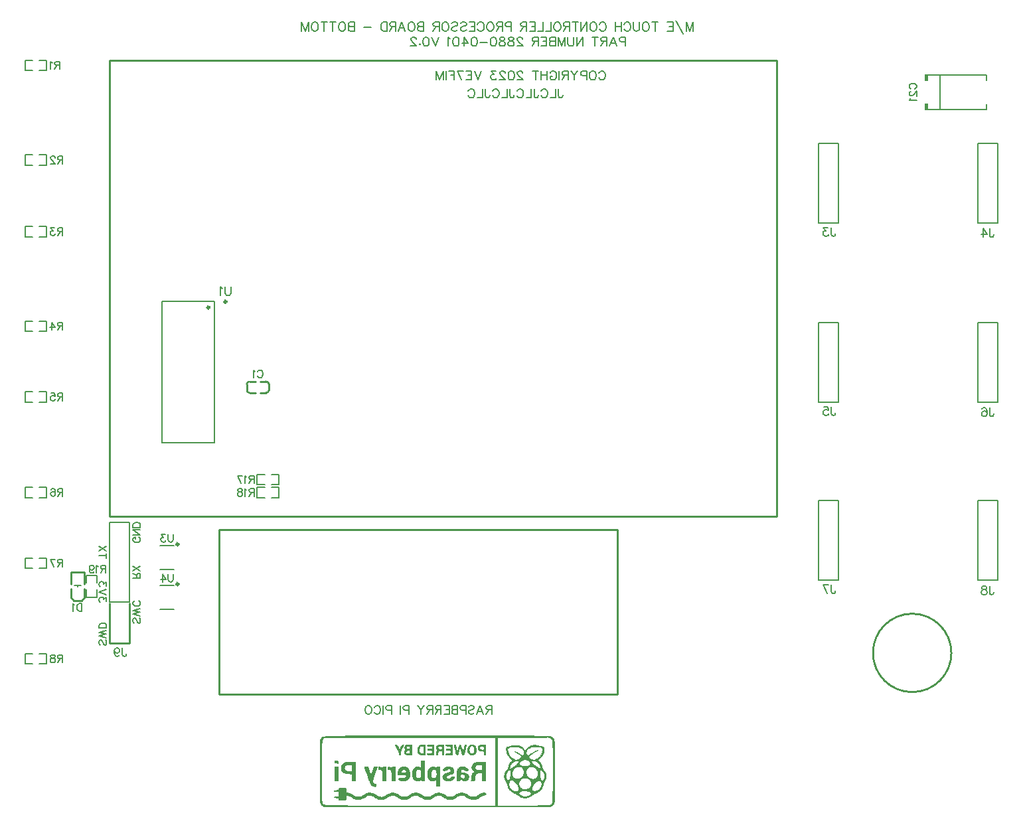
<source format=gbo>
G04 Layer: BottomSilkscreenLayer*
G04 EasyEDA v6.5.29, 2023-07-18 11:29:47*
G04 d241b5e9eba042f2855d0ef1ce65199e,5a6b42c53f6a479593ecc07194224c93,10*
G04 Gerber Generator version 0.2*
G04 Scale: 100 percent, Rotated: No, Reflected: No *
G04 Dimensions in millimeters *
G04 leading zeros omitted , absolute positions ,4 integer and 5 decimal *
%FSLAX45Y45*%
%MOMM*%

%ADD10C,0.1524*%
%ADD11C,0.2032*%
%ADD12C,0.2540*%
%ADD13C,0.2030*%
%ADD14C,0.2030*%
%ADD15C,0.3000*%
%ADD16C,0.0158*%

%LPD*%
G36*
X499414Y-102666D02*
G01*
X233883Y-103073D01*
X119887Y-103632D01*
X21234Y-104495D01*
X-52730Y-105714D01*
X-83464Y-106426D01*
X-113588Y-107442D01*
X-136550Y-108458D01*
X-158597Y-109728D01*
X-178663Y-111353D01*
X-191770Y-112776D01*
X-199999Y-113995D01*
X-208076Y-115519D01*
X-217068Y-117906D01*
X-222961Y-120243D01*
X-227177Y-122885D01*
X-228600Y-124104D01*
X-231038Y-127050D01*
X-232511Y-129946D01*
X-236372Y-141173D01*
X-238150Y-144983D01*
X-252984Y-170332D01*
X-252984Y-545795D01*
X-224078Y-545795D01*
X-223824Y-354939D01*
X-223164Y-280314D01*
X-222605Y-250901D01*
X-221843Y-226161D01*
X-220827Y-205689D01*
X-219608Y-188976D01*
X-218033Y-175615D01*
X-216204Y-165201D01*
X-215138Y-160883D01*
X-213969Y-157175D01*
X-211378Y-151180D01*
X-208381Y-146761D01*
X-204927Y-143408D01*
X-201015Y-140766D01*
X-195427Y-137668D01*
X-192125Y-137109D01*
X-171856Y-136093D01*
X-133248Y-135178D01*
X-72085Y-134315D01*
X10160Y-133604D01*
X222402Y-132537D01*
X375208Y-132130D01*
X706983Y-131724D01*
X1988312Y-131673D01*
X1988312Y-994003D01*
X2017318Y-994003D01*
X2017318Y-131673D01*
X2460091Y-131470D01*
X2577592Y-130810D01*
X2642666Y-129794D01*
X2648458Y-129489D01*
X2653436Y-128574D01*
X2657856Y-128473D01*
X2662732Y-128981D01*
X2667914Y-130048D01*
X2673248Y-131673D01*
X2678684Y-133705D01*
X2684068Y-136144D01*
X2689301Y-138938D01*
X2694228Y-142087D01*
X2698750Y-145440D01*
X2702763Y-149047D01*
X2706674Y-153517D01*
X2709621Y-157886D01*
X2711246Y-161645D01*
X2712669Y-166725D01*
X2713837Y-173736D01*
X2714853Y-183286D01*
X2715717Y-195834D01*
X2716936Y-232460D01*
X2717647Y-288239D01*
X2717952Y-367792D01*
X2718003Y-677570D01*
X2717749Y-779627D01*
X2717241Y-846582D01*
X2716428Y-894689D01*
X2715869Y-912672D01*
X2714396Y-938733D01*
X2713431Y-947572D01*
X2712364Y-954227D01*
X2711145Y-959053D01*
X2709773Y-962507D01*
X2707640Y-965860D01*
X2702610Y-972362D01*
X2700477Y-974648D01*
X2698089Y-976782D01*
X2695448Y-978763D01*
X2692450Y-980541D01*
X2688996Y-982218D01*
X2684983Y-983742D01*
X2680411Y-985113D01*
X2675128Y-986383D01*
X2662224Y-988517D01*
X2645613Y-990193D01*
X2624683Y-991514D01*
X2598775Y-992479D01*
X2567228Y-993190D01*
X2484831Y-993851D01*
X2432659Y-994003D01*
X381457Y-993952D01*
X165811Y-993546D01*
X47955Y-992835D01*
X-41605Y-991717D01*
X-106883Y-989990D01*
X-131673Y-988872D01*
X-151942Y-987602D01*
X-171653Y-985723D01*
X-179425Y-984656D01*
X-190500Y-982522D01*
X-197561Y-980338D01*
X-200964Y-978916D01*
X-204114Y-976985D01*
X-205790Y-975664D01*
X-208737Y-972362D01*
X-214985Y-961847D01*
X-216509Y-958545D01*
X-217830Y-954125D01*
X-218998Y-948182D01*
X-220014Y-940206D01*
X-220878Y-929843D01*
X-221640Y-916584D01*
X-222758Y-879652D01*
X-223469Y-825906D01*
X-223875Y-751840D01*
X-224078Y-545795D01*
X-252984Y-545795D01*
X-252780Y-777544D01*
X-252272Y-847394D01*
X-251460Y-896874D01*
X-250139Y-929944D01*
X-249275Y-941578D01*
X-248259Y-950620D01*
X-247040Y-957630D01*
X-245668Y-962964D01*
X-243230Y-969162D01*
X-239725Y-975258D01*
X-236626Y-979830D01*
X-233019Y-984453D01*
X-229108Y-989025D01*
X-224942Y-993444D01*
X-220725Y-997508D01*
X-216509Y-1001115D01*
X-212445Y-1004163D01*
X-193395Y-1017168D01*
X2019757Y-1016965D01*
X2299817Y-1016558D01*
X2423058Y-1016152D01*
X2508402Y-1015593D01*
X2577287Y-1014882D01*
X2631795Y-1013764D01*
X2665628Y-1012494D01*
X2677363Y-1011732D01*
X2688640Y-1010564D01*
X2694482Y-1009599D01*
X2699105Y-1008430D01*
X2702306Y-1007160D01*
X2704388Y-1006043D01*
X2709113Y-1002944D01*
X2713329Y-999693D01*
X2717596Y-995984D01*
X2721813Y-991971D01*
X2725826Y-987755D01*
X2729534Y-983487D01*
X2732786Y-979271D01*
X2737002Y-972667D01*
X2738374Y-969975D01*
X2740355Y-964488D01*
X2741676Y-958596D01*
X2742844Y-950772D01*
X2743809Y-940460D01*
X2744622Y-927100D01*
X2745282Y-910132D01*
X2746197Y-863142D01*
X2746705Y-795070D01*
X2746959Y-643636D01*
X2746857Y-356717D01*
X2746451Y-279603D01*
X2745689Y-225196D01*
X2744470Y-189179D01*
X2743606Y-176631D01*
X2742590Y-166979D01*
X2741371Y-159715D01*
X2739948Y-154228D01*
X2738374Y-149961D01*
X2736494Y-146354D01*
X2732786Y-140614D01*
X2729534Y-136448D01*
X2725826Y-132181D01*
X2721813Y-127965D01*
X2717596Y-123952D01*
X2713329Y-120243D01*
X2709113Y-116992D01*
X2702560Y-112877D01*
X2700070Y-111810D01*
X2696311Y-110693D01*
X2688082Y-109270D01*
X2677515Y-108204D01*
X2664155Y-107340D01*
X2633472Y-106172D01*
X2588869Y-105257D01*
X2527350Y-104495D01*
X2446070Y-103885D01*
X2341981Y-103479D01*
X2136851Y-103073D01*
X1850999Y-102870D01*
G37*
G36*
X1693773Y-215036D02*
G01*
X1687474Y-215138D01*
X1681124Y-215849D01*
X1674825Y-217170D01*
X1668678Y-219151D01*
X1662734Y-221691D01*
X1657096Y-224891D01*
X1651812Y-228600D01*
X1646936Y-232917D01*
X1642618Y-237490D01*
X1639265Y-241909D01*
X1636674Y-246481D01*
X1634744Y-251612D01*
X1633474Y-257657D01*
X1632661Y-264922D01*
X1632254Y-273862D01*
X1632192Y-280517D01*
X1658924Y-280517D01*
X1659280Y-274878D01*
X1659991Y-269392D01*
X1661109Y-264160D01*
X1662582Y-259181D01*
X1664411Y-254609D01*
X1666646Y-250494D01*
X1669288Y-246888D01*
X1672285Y-243890D01*
X1675688Y-241604D01*
X1683562Y-237540D01*
X1688846Y-236524D01*
X1694434Y-238861D01*
X1703273Y-244856D01*
X1706829Y-247650D01*
X1709724Y-250647D01*
X1711960Y-254050D01*
X1713636Y-258064D01*
X1714855Y-262890D01*
X1715617Y-268782D01*
X1716024Y-275894D01*
X1716125Y-284480D01*
X1715820Y-293573D01*
X1714957Y-301802D01*
X1713534Y-309118D01*
X1711553Y-315468D01*
X1709064Y-320903D01*
X1706067Y-325272D01*
X1702562Y-328676D01*
X1698650Y-331063D01*
X1694281Y-332384D01*
X1689506Y-332587D01*
X1684324Y-331673D01*
X1678787Y-329641D01*
X1675231Y-327558D01*
X1672031Y-324764D01*
X1669135Y-321360D01*
X1666646Y-317398D01*
X1664462Y-312928D01*
X1662633Y-308051D01*
X1661210Y-302920D01*
X1660093Y-297484D01*
X1659331Y-291896D01*
X1658975Y-286207D01*
X1658924Y-280517D01*
X1632192Y-280517D01*
X1632254Y-295402D01*
X1632661Y-304241D01*
X1633474Y-311556D01*
X1634744Y-317652D01*
X1636522Y-322884D01*
X1638960Y-327609D01*
X1642160Y-332079D01*
X1646123Y-336600D01*
X1650898Y-341172D01*
X1655978Y-345135D01*
X1661414Y-348437D01*
X1667052Y-351180D01*
X1672894Y-353263D01*
X1678889Y-354685D01*
X1684985Y-355447D01*
X1691132Y-355549D01*
X1697278Y-354990D01*
X1703374Y-353720D01*
X1709369Y-351790D01*
X1715262Y-349148D01*
X1720850Y-346049D01*
X1725726Y-342849D01*
X1729993Y-339445D01*
X1733600Y-335737D01*
X1736598Y-331622D01*
X1739138Y-327101D01*
X1741119Y-321970D01*
X1742643Y-316230D01*
X1743760Y-309778D01*
X1744522Y-302463D01*
X1744980Y-294284D01*
X1744980Y-276098D01*
X1744573Y-268020D01*
X1743811Y-260858D01*
X1742744Y-254457D01*
X1741322Y-248716D01*
X1739442Y-243636D01*
X1737106Y-239064D01*
X1734312Y-234950D01*
X1730959Y-231190D01*
X1727047Y-227787D01*
X1722577Y-224536D01*
X1717446Y-221437D01*
X1711909Y-218846D01*
X1706118Y-216916D01*
X1700022Y-215646D01*
G37*
G36*
X1621637Y-217932D02*
G01*
X1606702Y-219659D01*
X1602130Y-220421D01*
X1598422Y-221792D01*
X1595374Y-224180D01*
X1592834Y-227939D01*
X1590598Y-233476D01*
X1588414Y-241198D01*
X1586077Y-251510D01*
X1575104Y-308203D01*
X1559915Y-250291D01*
X1556867Y-239979D01*
X1554124Y-232105D01*
X1551533Y-226364D01*
X1548892Y-222453D01*
X1546047Y-220065D01*
X1542796Y-218846D01*
X1538986Y-218490D01*
X1535226Y-218795D01*
X1532026Y-219964D01*
X1529232Y-222199D01*
X1526743Y-225806D01*
X1524304Y-231089D01*
X1521866Y-238302D01*
X1519174Y-247751D01*
X1514246Y-267360D01*
X1510741Y-279501D01*
X1509166Y-284124D01*
X1507642Y-287731D01*
X1506220Y-290322D01*
X1504848Y-291947D01*
X1503527Y-292557D01*
X1502257Y-292201D01*
X1501038Y-290830D01*
X1499819Y-288493D01*
X1498600Y-285140D01*
X1496161Y-275488D01*
X1491234Y-248767D01*
X1489100Y-238556D01*
X1486966Y-230936D01*
X1484630Y-225501D01*
X1481836Y-221894D01*
X1478432Y-219760D01*
X1474216Y-218744D01*
X1468983Y-218490D01*
X1462938Y-218998D01*
X1458823Y-220421D01*
X1456791Y-222656D01*
X1456944Y-225755D01*
X1461363Y-242570D01*
X1467561Y-268681D01*
X1475943Y-305409D01*
X1480769Y-325577D01*
X1482801Y-332943D01*
X1484731Y-338836D01*
X1486560Y-343306D01*
X1488490Y-346608D01*
X1490472Y-348894D01*
X1492758Y-350367D01*
X1495247Y-351180D01*
X1498193Y-351536D01*
X1501597Y-351637D01*
X1506423Y-351383D01*
X1510284Y-350469D01*
X1513484Y-348488D01*
X1516278Y-344932D01*
X1518869Y-339394D01*
X1521510Y-331571D01*
X1528013Y-307086D01*
X1539087Y-262585D01*
X1553565Y-321005D01*
X1556512Y-331673D01*
X1559153Y-339547D01*
X1561744Y-345033D01*
X1564538Y-348538D01*
X1567789Y-350520D01*
X1571752Y-351434D01*
X1576679Y-351637D01*
X1580235Y-351536D01*
X1583232Y-351180D01*
X1585823Y-350316D01*
X1588160Y-348742D01*
X1590243Y-346252D01*
X1592173Y-342646D01*
X1594154Y-337616D01*
X1596186Y-331063D01*
X1600860Y-312318D01*
G37*
G36*
X1827479Y-218490D02*
G01*
X1818436Y-218592D01*
X1810257Y-218948D01*
X1802790Y-219557D01*
X1796135Y-220421D01*
X1790141Y-221589D01*
X1784807Y-223062D01*
X1780184Y-224840D01*
X1776120Y-227025D01*
X1772666Y-229514D01*
X1769770Y-232410D01*
X1767433Y-235712D01*
X1765554Y-239420D01*
X1764182Y-243586D01*
X1763217Y-248208D01*
X1762658Y-253339D01*
X1762455Y-258927D01*
X1762754Y-264007D01*
X1792071Y-264007D01*
X1792376Y-258368D01*
X1794205Y-251358D01*
X1798116Y-246837D01*
X1805025Y-244195D01*
X1816049Y-242773D01*
X1823110Y-242214D01*
X1828444Y-242112D01*
X1832305Y-242570D01*
X1834896Y-243890D01*
X1836521Y-246227D01*
X1837385Y-249834D01*
X1837689Y-254863D01*
X1837740Y-261569D01*
X1837283Y-272643D01*
X1835200Y-278841D01*
X1830374Y-281533D01*
X1821840Y-282092D01*
X1814017Y-281686D01*
X1807464Y-280568D01*
X1802079Y-278739D01*
X1797862Y-276199D01*
X1794764Y-272897D01*
X1792884Y-268833D01*
X1792071Y-264007D01*
X1762754Y-264007D01*
X1762861Y-265836D01*
X1764131Y-272288D01*
X1766163Y-278231D01*
X1768906Y-283667D01*
X1772462Y-288544D01*
X1776679Y-292862D01*
X1781606Y-296570D01*
X1787143Y-299669D01*
X1793341Y-302107D01*
X1800098Y-303885D01*
X1807464Y-304952D01*
X1815388Y-305308D01*
X1822704Y-305358D01*
X1828241Y-305714D01*
X1832254Y-306578D01*
X1834896Y-308254D01*
X1836521Y-311048D01*
X1837385Y-315163D01*
X1837689Y-320852D01*
X1837740Y-328472D01*
X1838198Y-340868D01*
X1840128Y-347878D01*
X1844497Y-350926D01*
X1852218Y-351637D01*
X1866696Y-351637D01*
X1866696Y-218490D01*
G37*
G36*
X1394256Y-218490D02*
G01*
X1367942Y-218846D01*
X1359306Y-219354D01*
X1353210Y-220167D01*
X1349248Y-221488D01*
X1347063Y-223266D01*
X1346301Y-225602D01*
X1346555Y-228650D01*
X1347419Y-231394D01*
X1348994Y-233679D01*
X1351432Y-235559D01*
X1354886Y-237032D01*
X1359458Y-238252D01*
X1365402Y-239166D01*
X1372768Y-239928D01*
X1392021Y-241096D01*
X1399997Y-241808D01*
X1405839Y-242773D01*
X1409954Y-244094D01*
X1412595Y-246024D01*
X1414119Y-248564D01*
X1414830Y-252018D01*
X1414983Y-256387D01*
X1414830Y-260807D01*
X1414221Y-264160D01*
X1412900Y-266700D01*
X1410563Y-268427D01*
X1406956Y-269595D01*
X1401876Y-270205D01*
X1394968Y-270510D01*
X1377543Y-270662D01*
X1370888Y-270967D01*
X1365808Y-271627D01*
X1362100Y-272643D01*
X1359611Y-274116D01*
X1358036Y-276148D01*
X1357274Y-278790D01*
X1357071Y-282143D01*
X1357274Y-285546D01*
X1358036Y-288188D01*
X1359611Y-290220D01*
X1362100Y-291693D01*
X1365808Y-292709D01*
X1370888Y-293370D01*
X1377543Y-293674D01*
X1395374Y-293776D01*
X1402435Y-294081D01*
X1407566Y-294741D01*
X1411071Y-296062D01*
X1413256Y-298094D01*
X1414424Y-301142D01*
X1414881Y-305308D01*
X1414881Y-316331D01*
X1414373Y-320548D01*
X1413052Y-323646D01*
X1410563Y-325831D01*
X1406550Y-327355D01*
X1400657Y-328320D01*
X1392478Y-329031D01*
X1372768Y-330200D01*
X1365402Y-330911D01*
X1359458Y-331876D01*
X1354886Y-333095D01*
X1351432Y-334568D01*
X1348994Y-336448D01*
X1347419Y-338734D01*
X1346555Y-341477D01*
X1346301Y-344525D01*
X1347063Y-346862D01*
X1349248Y-348640D01*
X1353210Y-349910D01*
X1359306Y-350774D01*
X1367942Y-351282D01*
X1394256Y-351637D01*
X1443939Y-351637D01*
X1443939Y-218490D01*
G37*
G36*
X1295857Y-218490D02*
G01*
X1280261Y-218948D01*
X1265834Y-220167D01*
X1254252Y-221996D01*
X1250035Y-223113D01*
X1247089Y-224231D01*
X1243482Y-226720D01*
X1240282Y-230022D01*
X1237538Y-233934D01*
X1235252Y-238404D01*
X1233525Y-243230D01*
X1232306Y-248259D01*
X1231646Y-253441D01*
X1231620Y-256032D01*
X1260856Y-256032D01*
X1262024Y-251053D01*
X1264818Y-246989D01*
X1269746Y-244043D01*
X1276553Y-242265D01*
X1285290Y-241655D01*
X1295908Y-242112D01*
X1301851Y-244398D01*
X1304391Y-249580D01*
X1304950Y-259029D01*
X1304391Y-268173D01*
X1302105Y-273405D01*
X1297025Y-275793D01*
X1288288Y-276402D01*
X1281379Y-275844D01*
X1275283Y-274320D01*
X1270101Y-271932D01*
X1265936Y-268833D01*
X1262938Y-265023D01*
X1261211Y-260756D01*
X1260856Y-256032D01*
X1231620Y-256032D01*
X1231595Y-258521D01*
X1232154Y-263448D01*
X1233322Y-268020D01*
X1235151Y-272135D01*
X1241704Y-280771D01*
X1243380Y-285038D01*
X1242923Y-288747D01*
X1240282Y-292354D01*
X1237386Y-297027D01*
X1234440Y-304749D01*
X1231747Y-314553D01*
X1229664Y-325272D01*
X1228394Y-333908D01*
X1227683Y-340360D01*
X1227582Y-345033D01*
X1228344Y-348183D01*
X1230020Y-350164D01*
X1232763Y-351180D01*
X1236776Y-351536D01*
X1242161Y-351637D01*
X1250950Y-351028D01*
X1255877Y-348488D01*
X1258112Y-342747D01*
X1259027Y-324408D01*
X1260297Y-317500D01*
X1262481Y-311810D01*
X1265682Y-307289D01*
X1269796Y-303784D01*
X1275029Y-301396D01*
X1281277Y-299974D01*
X1288694Y-299516D01*
X1293825Y-299618D01*
X1297736Y-300126D01*
X1300581Y-301244D01*
X1302562Y-303326D01*
X1303832Y-306476D01*
X1304544Y-311099D01*
X1304848Y-317347D01*
X1305001Y-333552D01*
X1305306Y-339750D01*
X1306017Y-344322D01*
X1307185Y-347573D01*
X1308963Y-349707D01*
X1311554Y-350926D01*
X1314958Y-351485D01*
X1333906Y-351637D01*
X1333906Y-218490D01*
G37*
G36*
X1160119Y-218490D02*
G01*
X1134973Y-218846D01*
X1126794Y-219354D01*
X1121054Y-220319D01*
X1117244Y-221742D01*
X1115060Y-223774D01*
X1114044Y-226517D01*
X1113790Y-230073D01*
X1114044Y-233476D01*
X1114856Y-236169D01*
X1116482Y-238201D01*
X1119225Y-239674D01*
X1123289Y-240690D01*
X1128877Y-241300D01*
X1155700Y-241706D01*
X1163320Y-242011D01*
X1168958Y-242620D01*
X1172870Y-243738D01*
X1175359Y-245516D01*
X1176782Y-248107D01*
X1177391Y-251561D01*
X1177391Y-260604D01*
X1176782Y-264058D01*
X1175461Y-266649D01*
X1173175Y-268427D01*
X1169619Y-269595D01*
X1164488Y-270256D01*
X1140104Y-270662D01*
X1133449Y-270967D01*
X1128369Y-271627D01*
X1124661Y-272643D01*
X1122121Y-274116D01*
X1120597Y-276148D01*
X1119835Y-278790D01*
X1119581Y-282143D01*
X1119835Y-285546D01*
X1120597Y-288188D01*
X1122121Y-290220D01*
X1124661Y-291693D01*
X1128369Y-292709D01*
X1133449Y-293370D01*
X1140104Y-293674D01*
X1157935Y-293776D01*
X1165047Y-294081D01*
X1170178Y-294741D01*
X1173632Y-296062D01*
X1175816Y-298145D01*
X1176985Y-301244D01*
X1177442Y-305460D01*
X1177442Y-316788D01*
X1176985Y-321056D01*
X1175766Y-324154D01*
X1173429Y-326237D01*
X1169619Y-327507D01*
X1163929Y-328168D01*
X1136243Y-328523D01*
X1128877Y-328828D01*
X1123289Y-329438D01*
X1119225Y-330454D01*
X1116482Y-331927D01*
X1114856Y-333959D01*
X1114044Y-336600D01*
X1113790Y-340055D01*
X1114044Y-343611D01*
X1115060Y-346303D01*
X1117244Y-348386D01*
X1121054Y-349808D01*
X1126794Y-350774D01*
X1134973Y-351282D01*
X1160119Y-351637D01*
X1206449Y-351637D01*
X1206449Y-218490D01*
G37*
G36*
X1061212Y-218490D02*
G01*
X1050645Y-218643D01*
X1042060Y-219049D01*
X1034999Y-219913D01*
X1029106Y-221335D01*
X1023975Y-223469D01*
X1019200Y-226466D01*
X1014374Y-230378D01*
X1009091Y-235407D01*
X1004163Y-240588D01*
X1000252Y-245364D01*
X997305Y-250088D01*
X995121Y-255066D01*
X993648Y-260756D01*
X992733Y-267360D01*
X992327Y-275386D01*
X992174Y-285038D01*
X1021130Y-285038D01*
X1021638Y-275996D01*
X1022908Y-266954D01*
X1024788Y-258876D01*
X1027125Y-252831D01*
X1030833Y-248056D01*
X1036015Y-244551D01*
X1042568Y-242366D01*
X1050290Y-241655D01*
X1067460Y-241655D01*
X1067460Y-328472D01*
X1050290Y-328472D01*
X1045464Y-328168D01*
X1041095Y-327355D01*
X1037132Y-325932D01*
X1033678Y-323951D01*
X1030681Y-321360D01*
X1028090Y-318109D01*
X1025906Y-314299D01*
X1024178Y-309778D01*
X1022858Y-304647D01*
X1021892Y-298805D01*
X1021334Y-292303D01*
X1021130Y-285038D01*
X992174Y-285038D01*
X992327Y-294741D01*
X992733Y-302768D01*
X993648Y-309372D01*
X995121Y-315010D01*
X997305Y-320040D01*
X1000252Y-324764D01*
X1004163Y-329488D01*
X1009091Y-334721D01*
X1014374Y-339750D01*
X1019200Y-343662D01*
X1023975Y-346659D01*
X1029106Y-348792D01*
X1034999Y-350215D01*
X1042060Y-351078D01*
X1050645Y-351485D01*
X1096416Y-351637D01*
X1096416Y-218490D01*
G37*
G36*
X888390Y-218490D02*
G01*
X874318Y-218795D01*
X861364Y-219608D01*
X850950Y-220776D01*
X847140Y-221437D01*
X844550Y-222199D01*
X839673Y-224942D01*
X835507Y-229108D01*
X832103Y-234391D01*
X829614Y-240487D01*
X828090Y-247192D01*
X827582Y-254152D01*
X827769Y-256133D01*
X858977Y-256133D01*
X859637Y-248716D01*
X862177Y-244297D01*
X867460Y-242214D01*
X876350Y-241655D01*
X885240Y-242214D01*
X890524Y-244297D01*
X893064Y-248716D01*
X893724Y-256133D01*
X893064Y-263550D01*
X890524Y-267919D01*
X885240Y-270052D01*
X876350Y-270611D01*
X867460Y-270052D01*
X862177Y-267919D01*
X859637Y-263550D01*
X858977Y-256133D01*
X827769Y-256133D01*
X828243Y-261162D01*
X832307Y-275590D01*
X832561Y-282397D01*
X830783Y-289052D01*
X824026Y-301396D01*
X822198Y-306781D01*
X821436Y-312216D01*
X821842Y-317754D01*
X822789Y-321259D01*
X853795Y-321259D01*
X854252Y-312572D01*
X855929Y-304393D01*
X859282Y-299262D01*
X865276Y-296367D01*
X874928Y-294843D01*
X885240Y-294284D01*
X890879Y-295960D01*
X893267Y-301040D01*
X893724Y-310743D01*
X893216Y-320446D01*
X890574Y-325780D01*
X884377Y-328015D01*
X873048Y-328472D01*
X861821Y-328066D01*
X855878Y-326034D01*
X853795Y-321259D01*
X822789Y-321259D01*
X823366Y-323392D01*
X826008Y-329234D01*
X829767Y-335229D01*
X834694Y-341477D01*
X837437Y-344170D01*
X840790Y-346354D01*
X844854Y-348132D01*
X849934Y-349504D01*
X856081Y-350469D01*
X863549Y-351129D01*
X883056Y-351637D01*
X922680Y-351637D01*
X922680Y-218490D01*
G37*
G36*
X722934Y-218490D02*
G01*
X717296Y-218795D01*
X712673Y-219557D01*
X709523Y-220725D01*
X708406Y-222148D01*
X708863Y-223723D01*
X712368Y-231343D01*
X718616Y-243687D01*
X735177Y-274421D01*
X741527Y-287121D01*
X746658Y-298805D01*
X750570Y-309422D01*
X753211Y-318871D01*
X754075Y-323138D01*
X754583Y-327050D01*
X755192Y-341731D01*
X757174Y-348081D01*
X761542Y-350926D01*
X769213Y-351637D01*
X773684Y-351485D01*
X777087Y-350926D01*
X779627Y-349656D01*
X781456Y-347522D01*
X782624Y-344220D01*
X783285Y-339547D01*
X783590Y-333248D01*
X783793Y-320243D01*
X784148Y-315468D01*
X785622Y-306019D01*
X788212Y-296367D01*
X792073Y-286105D01*
X794461Y-280619D01*
X800404Y-268782D01*
X815289Y-241452D01*
X820775Y-230632D01*
X823823Y-223774D01*
X824230Y-222300D01*
X823061Y-220827D01*
X819962Y-219608D01*
X815340Y-218795D01*
X809650Y-218490D01*
X805586Y-218795D01*
X801979Y-219659D01*
X798626Y-221335D01*
X795528Y-223824D01*
X792429Y-227279D01*
X789330Y-231800D01*
X786028Y-237490D01*
X777240Y-254660D01*
X772464Y-262940D01*
X768654Y-268528D01*
X766318Y-270611D01*
X763981Y-268528D01*
X760120Y-262940D01*
X755345Y-254660D01*
X746607Y-237490D01*
X743305Y-231800D01*
X740206Y-227279D01*
X737108Y-223824D01*
X733958Y-221335D01*
X730656Y-219659D01*
X726998Y-218795D01*
G37*
G36*
X2488946Y-221183D02*
G01*
X2486406Y-221386D01*
X2449728Y-228142D01*
X2438400Y-231089D01*
X2427782Y-235000D01*
X2422753Y-237286D01*
X2417876Y-239826D01*
X2413203Y-242570D01*
X2408682Y-245567D01*
X2404364Y-248767D01*
X2400249Y-252171D01*
X2396337Y-255778D01*
X2392578Y-259638D01*
X2389073Y-263702D01*
X2382621Y-272440D01*
X2368600Y-293776D01*
X2352903Y-267716D01*
X2350211Y-263956D01*
X2344216Y-256946D01*
X2340965Y-253695D01*
X2333802Y-247700D01*
X2325928Y-242366D01*
X2321712Y-239928D01*
X2312720Y-235610D01*
X2307996Y-233679D01*
X2298039Y-230378D01*
X2287371Y-227736D01*
X2276144Y-225806D01*
X2264308Y-224586D01*
X2251862Y-224078D01*
X2238908Y-224282D01*
X2225395Y-225196D01*
X2211425Y-226872D01*
X2196947Y-229209D01*
X2178862Y-233019D01*
X2159000Y-237947D01*
X2150262Y-240334D01*
X2136546Y-244805D01*
X2131974Y-246634D01*
X2129332Y-248208D01*
X2127504Y-250342D01*
X2126030Y-253390D01*
X2124862Y-257302D01*
X2124049Y-261924D01*
X2123592Y-267157D01*
X2123389Y-272948D01*
X2123515Y-278130D01*
X2147824Y-278130D01*
X2148179Y-271729D01*
X2150211Y-267614D01*
X2154275Y-265430D01*
X2166366Y-264363D01*
X2169820Y-263093D01*
X2171090Y-261010D01*
X2169312Y-255270D01*
X2171293Y-253796D01*
X2176221Y-253796D01*
X2191918Y-256184D01*
X2197658Y-256082D01*
X2201316Y-254914D01*
X2202637Y-252679D01*
X2203500Y-250596D01*
X2205990Y-249478D01*
X2209647Y-249377D01*
X2218893Y-251358D01*
X2222550Y-251206D01*
X2224938Y-249936D01*
X2225802Y-247650D01*
X2226411Y-245059D01*
X2228392Y-244144D01*
X2231847Y-244856D01*
X2242159Y-249529D01*
X2246020Y-250190D01*
X2248662Y-249072D01*
X2250338Y-246227D01*
X2251659Y-243332D01*
X2253132Y-242468D01*
X2254910Y-243535D01*
X2257196Y-246684D01*
X2259634Y-249275D01*
X2262987Y-250850D01*
X2266746Y-251358D01*
X2274620Y-249834D01*
X2279142Y-250190D01*
X2283561Y-251561D01*
X2287320Y-253847D01*
X2290419Y-256032D01*
X2292959Y-257200D01*
X2294686Y-257149D01*
X2295296Y-255930D01*
X2296210Y-255016D01*
X2298700Y-255828D01*
X2302357Y-258216D01*
X2311349Y-265633D01*
X2315057Y-267970D01*
X2317546Y-268782D01*
X2318461Y-267868D01*
X2319324Y-265684D01*
X2321661Y-266039D01*
X2325065Y-268528D01*
X2329230Y-272796D01*
X2333752Y-278384D01*
X2338273Y-284835D01*
X2342438Y-291795D01*
X2345791Y-298856D01*
X2347976Y-304342D01*
X2349550Y-309219D01*
X2350516Y-313639D01*
X2350973Y-317804D01*
X2350931Y-318922D01*
X2384094Y-318922D01*
X2384958Y-311454D01*
X2387142Y-304647D01*
X2390343Y-297281D01*
X2394254Y-289915D01*
X2398572Y-283006D01*
X2402890Y-277114D01*
X2406904Y-272745D01*
X2410256Y-270408D01*
X2414778Y-270865D01*
X2418384Y-269392D01*
X2422906Y-266496D01*
X2432608Y-258521D01*
X2436520Y-255981D01*
X2439111Y-255066D01*
X2440076Y-255930D01*
X2440736Y-257149D01*
X2442565Y-257048D01*
X2445258Y-255778D01*
X2452268Y-251053D01*
X2456332Y-249631D01*
X2460142Y-249377D01*
X2466340Y-251307D01*
X2470150Y-251053D01*
X2474214Y-249631D01*
X2477973Y-247243D01*
X2481935Y-244297D01*
X2484526Y-243281D01*
X2485948Y-244195D01*
X2487015Y-249732D01*
X2489047Y-250748D01*
X2492603Y-249986D01*
X2503322Y-244957D01*
X2506929Y-244144D01*
X2508961Y-245059D01*
X2509570Y-247650D01*
X2510434Y-249936D01*
X2512822Y-251206D01*
X2516479Y-251358D01*
X2525725Y-249377D01*
X2529382Y-249478D01*
X2531872Y-250596D01*
X2532735Y-252679D01*
X2534056Y-254914D01*
X2537714Y-256082D01*
X2543454Y-256184D01*
X2559151Y-253796D01*
X2564079Y-253796D01*
X2566060Y-255270D01*
X2564333Y-261010D01*
X2565857Y-263093D01*
X2569768Y-264363D01*
X2583789Y-265176D01*
X2587447Y-266750D01*
X2587650Y-270256D01*
X2582316Y-281787D01*
X2581605Y-285394D01*
X2582672Y-287324D01*
X2585567Y-287934D01*
X2587650Y-288798D01*
X2587701Y-291134D01*
X2585770Y-294792D01*
X2577693Y-304749D01*
X2575814Y-308356D01*
X2576271Y-310438D01*
X2581910Y-311759D01*
X2582367Y-313842D01*
X2580487Y-317449D01*
X2571546Y-328218D01*
X2569667Y-331825D01*
X2570429Y-333806D01*
X2577134Y-334924D01*
X2577947Y-336296D01*
X2576169Y-338683D01*
X2567889Y-345643D01*
X2564688Y-348996D01*
X2562504Y-352044D01*
X2560574Y-357835D01*
X2557576Y-362458D01*
X2553157Y-367690D01*
X2547874Y-373024D01*
X2542184Y-378053D01*
X2536698Y-382270D01*
X2531770Y-385165D01*
X2528062Y-386232D01*
X2525420Y-386740D01*
X2523744Y-388010D01*
X2523286Y-389890D01*
X2524048Y-392125D01*
X2524353Y-394411D01*
X2522372Y-396240D01*
X2518410Y-397459D01*
X2507081Y-398373D01*
X2502357Y-399592D01*
X2499156Y-401472D01*
X2497988Y-403707D01*
X2497277Y-406400D01*
X2495245Y-408330D01*
X2491994Y-409549D01*
X2487828Y-410057D01*
X2482799Y-409956D01*
X2477109Y-409244D01*
X2471013Y-407974D01*
X2464562Y-406298D01*
X2458059Y-404164D01*
X2451557Y-401624D01*
X2445258Y-398780D01*
X2439365Y-395681D01*
X2434031Y-392328D01*
X2429459Y-388823D01*
X2425801Y-385165D01*
X2423210Y-381457D01*
X2421585Y-377952D01*
X2420823Y-374700D01*
X2421077Y-371500D01*
X2422448Y-368147D01*
X2425039Y-364439D01*
X2429002Y-360070D01*
X2441549Y-348691D01*
X2449372Y-342392D01*
X2458923Y-335280D01*
X2469540Y-327812D01*
X2480716Y-320395D01*
X2491841Y-313385D01*
X2516378Y-299212D01*
X2527909Y-292303D01*
X2537815Y-285699D01*
X2538526Y-284835D01*
X2538069Y-284327D01*
X2536698Y-284327D01*
X2531567Y-285648D01*
X2523693Y-288594D01*
X2513634Y-292862D01*
X2501900Y-298145D01*
X2475839Y-310896D01*
X2449931Y-324561D01*
X2438400Y-331114D01*
X2428595Y-337058D01*
X2421026Y-342188D01*
X2404313Y-354533D01*
X2392883Y-340410D01*
X2388006Y-333248D01*
X2385110Y-326136D01*
X2384094Y-318922D01*
X2350931Y-318922D01*
X2350820Y-321868D01*
X2350160Y-325932D01*
X2348890Y-330301D01*
X2347112Y-335026D01*
X2343962Y-341477D01*
X2340559Y-346760D01*
X2337308Y-350316D01*
X2334564Y-351637D01*
X2332736Y-351231D01*
X2325776Y-348183D01*
X2315413Y-342747D01*
X2302865Y-335584D01*
X2291181Y-328574D01*
X2279954Y-322224D01*
X2267458Y-315468D01*
X2241143Y-302209D01*
X2217318Y-291185D01*
X2207971Y-287223D01*
X2201062Y-284734D01*
X2198776Y-284124D01*
X2197354Y-283972D01*
X2196846Y-284378D01*
X2197608Y-285242D01*
X2203348Y-289306D01*
X2213610Y-295859D01*
X2251354Y-318770D01*
X2262733Y-326237D01*
X2273706Y-333756D01*
X2283714Y-340969D01*
X2292096Y-347421D01*
X2302713Y-356514D01*
X2308098Y-361442D01*
X2311755Y-365455D01*
X2313838Y-368909D01*
X2314448Y-372059D01*
X2313838Y-375310D01*
X2312060Y-378968D01*
X2309266Y-383387D01*
X2306320Y-387096D01*
X2302408Y-390702D01*
X2297734Y-394157D01*
X2292451Y-397357D01*
X2286762Y-400354D01*
X2280716Y-402996D01*
X2274570Y-405333D01*
X2268372Y-407263D01*
X2262378Y-408787D01*
X2256637Y-409803D01*
X2251405Y-410311D01*
X2246731Y-410311D01*
X2242870Y-409651D01*
X2239924Y-408381D01*
X2238044Y-406400D01*
X2237384Y-403707D01*
X2236216Y-401472D01*
X2233015Y-399592D01*
X2228291Y-398373D01*
X2216962Y-397459D01*
X2213000Y-396240D01*
X2211019Y-394411D01*
X2211324Y-392125D01*
X2212086Y-389890D01*
X2211628Y-388010D01*
X2209952Y-386740D01*
X2207310Y-386232D01*
X2203348Y-385114D01*
X2198370Y-382168D01*
X2192832Y-377901D01*
X2187194Y-372719D01*
X2182012Y-367182D01*
X2177694Y-361696D01*
X2174748Y-356768D01*
X2172970Y-350367D01*
X2171141Y-347827D01*
X2168398Y-345490D01*
X2165096Y-343763D01*
X2161946Y-341782D01*
X2159914Y-338886D01*
X2159203Y-335381D01*
X2160727Y-328066D01*
X2160320Y-325272D01*
X2158796Y-323342D01*
X2153767Y-321970D01*
X2152243Y-320040D01*
X2151938Y-317144D01*
X2153869Y-309372D01*
X2154123Y-305104D01*
X2153615Y-301091D01*
X2150770Y-294284D01*
X2149398Y-289407D01*
X2148332Y-283819D01*
X2147824Y-278130D01*
X2123515Y-278130D01*
X2123998Y-285800D01*
X2125776Y-299770D01*
X2128672Y-314147D01*
X2130501Y-321208D01*
X2132584Y-328117D01*
X2134920Y-334772D01*
X2137511Y-341071D01*
X2141423Y-348640D01*
X2146858Y-357327D01*
X2153361Y-366572D01*
X2160574Y-375920D01*
X2168194Y-384810D01*
X2175814Y-392785D01*
X2202942Y-419506D01*
X2188108Y-429259D01*
X2184958Y-431596D01*
X2181758Y-434492D01*
X2178558Y-437946D01*
X2175408Y-441858D01*
X2172309Y-446176D01*
X2166315Y-455930D01*
X2160778Y-466902D01*
X2155901Y-478739D01*
X2151837Y-491032D01*
X2150110Y-497230D01*
X2148687Y-503478D01*
X2147570Y-509625D01*
X2145538Y-518414D01*
X2142591Y-526135D01*
X2142133Y-526897D01*
X2172055Y-526897D01*
X2176068Y-504342D01*
X2177389Y-498144D01*
X2179015Y-492099D01*
X2181047Y-486257D01*
X2183384Y-480669D01*
X2186076Y-475234D01*
X2189175Y-470052D01*
X2192528Y-465074D01*
X2196287Y-460298D01*
X2200351Y-455828D01*
X2204770Y-451510D01*
X2209495Y-447446D01*
X2214575Y-443636D01*
X2219299Y-440690D01*
X2224582Y-437997D01*
X2230272Y-435660D01*
X2236266Y-433628D01*
X2242413Y-431952D01*
X2248509Y-430682D01*
X2254554Y-429869D01*
X2260295Y-429412D01*
X2265629Y-429463D01*
X2270455Y-429971D01*
X2274570Y-430987D01*
X2277922Y-432562D01*
X2280005Y-434390D01*
X2280920Y-436575D01*
X2280462Y-439369D01*
X2278583Y-442925D01*
X2275128Y-447446D01*
X2269998Y-453135D01*
X2263940Y-459282D01*
X2297734Y-459282D01*
X2298090Y-456133D01*
X2298954Y-452932D01*
X2300325Y-449681D01*
X2302256Y-446379D01*
X2304745Y-443077D01*
X2307742Y-439724D01*
X2311298Y-436422D01*
X2315413Y-433070D01*
X2320086Y-429818D01*
X2325370Y-426567D01*
X2331212Y-423367D01*
X2336393Y-420928D01*
X2341676Y-418947D01*
X2347061Y-417372D01*
X2352497Y-416255D01*
X2357932Y-415493D01*
X2363368Y-415137D01*
X2368804Y-415137D01*
X2374138Y-415442D01*
X2379370Y-416102D01*
X2384552Y-417068D01*
X2389530Y-418338D01*
X2394407Y-419862D01*
X2403500Y-423621D01*
X2407666Y-425856D01*
X2411628Y-428294D01*
X2415235Y-430885D01*
X2418588Y-433730D01*
X2451658Y-433730D01*
X2453081Y-430987D01*
X2456942Y-429056D01*
X2462733Y-427837D01*
X2470048Y-427380D01*
X2478278Y-427685D01*
X2487015Y-428802D01*
X2495651Y-430682D01*
X2503779Y-433324D01*
X2509621Y-435965D01*
X2515362Y-439267D01*
X2520950Y-443077D01*
X2526385Y-447344D01*
X2531567Y-452120D01*
X2536393Y-457200D01*
X2540914Y-462635D01*
X2545029Y-468274D01*
X2548686Y-474167D01*
X2551836Y-480110D01*
X2554427Y-486206D01*
X2556408Y-492251D01*
X2558491Y-501294D01*
X2559659Y-509219D01*
X2559862Y-515213D01*
X2558948Y-518312D01*
X2557322Y-519074D01*
X2554884Y-518972D01*
X2551684Y-518058D01*
X2547772Y-516483D01*
X2543251Y-514248D01*
X2532786Y-508050D01*
X2520899Y-500075D01*
X2508250Y-490778D01*
X2495448Y-480669D01*
X2483154Y-470306D01*
X2472029Y-460146D01*
X2467102Y-455320D01*
X2458974Y-446430D01*
X2455875Y-442569D01*
X2453589Y-439064D01*
X2452166Y-436118D01*
X2451658Y-433730D01*
X2418588Y-433730D01*
X2421534Y-436626D01*
X2424074Y-439674D01*
X2426309Y-442874D01*
X2428036Y-446125D01*
X2429357Y-449478D01*
X2430170Y-452882D01*
X2430475Y-456336D01*
X2430272Y-459790D01*
X2429510Y-463296D01*
X2428138Y-466750D01*
X2426208Y-470204D01*
X2423566Y-473608D01*
X2420315Y-476961D01*
X2416352Y-480212D01*
X2412034Y-483108D01*
X2407412Y-485495D01*
X2402332Y-487426D01*
X2396642Y-488950D01*
X2390241Y-490067D01*
X2382926Y-490778D01*
X2374595Y-491185D01*
X2365095Y-491286D01*
X2357577Y-491083D01*
X2350516Y-490626D01*
X2343810Y-489915D01*
X2337562Y-488950D01*
X2331720Y-487730D01*
X2326335Y-486308D01*
X2321407Y-484682D01*
X2316886Y-482854D01*
X2312873Y-480822D01*
X2309266Y-478586D01*
X2306167Y-476199D01*
X2303526Y-473709D01*
X2301392Y-471068D01*
X2299716Y-468274D01*
X2298547Y-465378D01*
X2297887Y-462381D01*
X2297734Y-459282D01*
X2263940Y-459282D01*
X2254199Y-468630D01*
X2244699Y-477215D01*
X2234488Y-485901D01*
X2224024Y-494284D01*
X2213914Y-501853D01*
X2204669Y-508254D01*
X2196947Y-513029D01*
X2172055Y-526897D01*
X2142133Y-526897D01*
X2139137Y-531876D01*
X2135530Y-534924D01*
X2131110Y-538073D01*
X2125319Y-544372D01*
X2118918Y-552856D01*
X2112721Y-562610D01*
X2109927Y-567690D01*
X2107438Y-572922D01*
X2105253Y-578307D01*
X2103323Y-583793D01*
X2101697Y-589381D01*
X2100326Y-595071D01*
X2099310Y-600811D01*
X2098040Y-612343D01*
X2097872Y-620115D01*
X2126589Y-620115D01*
X2126589Y-613511D01*
X2126996Y-606856D01*
X2127859Y-600252D01*
X2129180Y-593852D01*
X2130907Y-587603D01*
X2133142Y-581660D01*
X2135733Y-576072D01*
X2138832Y-570890D01*
X2142337Y-566216D01*
X2147620Y-560324D01*
X2152548Y-555599D01*
X2157171Y-552094D01*
X2161489Y-549757D01*
X2165451Y-548640D01*
X2169109Y-548640D01*
X2172512Y-549859D01*
X2175611Y-552246D01*
X2176627Y-553923D01*
X2177542Y-556514D01*
X2178761Y-564286D01*
X2179320Y-574700D01*
X2179283Y-586079D01*
X2202637Y-586079D01*
X2202891Y-581609D01*
X2203602Y-576884D01*
X2204770Y-571906D01*
X2206294Y-566775D01*
X2210511Y-556310D01*
X2213102Y-551078D01*
X2219096Y-540816D01*
X2222398Y-535889D01*
X2229510Y-526897D01*
X2233269Y-522884D01*
X2237079Y-519277D01*
X2240940Y-516077D01*
X2244852Y-513435D01*
X2249424Y-510997D01*
X2254453Y-508762D01*
X2259939Y-506831D01*
X2265730Y-505206D01*
X2271725Y-503885D01*
X2277922Y-502920D01*
X2284171Y-502310D01*
X2290419Y-502107D01*
X2298344Y-502259D01*
X2304897Y-502767D01*
X2310485Y-503732D01*
X2315260Y-505307D01*
X2319578Y-507593D01*
X2323693Y-510692D01*
X2327910Y-514756D01*
X2332431Y-519887D01*
X2335580Y-523951D01*
X2338374Y-528218D01*
X2340813Y-532587D01*
X2342896Y-537057D01*
X2344623Y-541680D01*
X2345994Y-546354D01*
X2347061Y-551129D01*
X2347772Y-555955D01*
X2348128Y-560832D01*
X2348196Y-566572D01*
X2384196Y-566572D01*
X2384298Y-561543D01*
X2384704Y-556564D01*
X2385517Y-551688D01*
X2386584Y-546862D01*
X2388057Y-542137D01*
X2389936Y-537514D01*
X2392121Y-533044D01*
X2394712Y-528777D01*
X2397709Y-524662D01*
X2401062Y-520700D01*
X2404821Y-516991D01*
X2409240Y-513638D01*
X2414371Y-510743D01*
X2420061Y-508355D01*
X2426258Y-506476D01*
X2432761Y-505155D01*
X2439568Y-504393D01*
X2446528Y-504139D01*
X2453487Y-504443D01*
X2460345Y-505358D01*
X2467051Y-506780D01*
X2473452Y-508812D01*
X2479395Y-511454D01*
X2484678Y-514350D01*
X2489657Y-517448D01*
X2494330Y-520852D01*
X2498699Y-524459D01*
X2502763Y-528269D01*
X2506472Y-532231D01*
X2509926Y-536346D01*
X2513076Y-540664D01*
X2515971Y-545084D01*
X2518511Y-549605D01*
X2520797Y-554278D01*
X2522778Y-559003D01*
X2524455Y-563778D01*
X2526944Y-573430D01*
X2528316Y-583184D01*
X2528570Y-588162D01*
X2556865Y-588162D01*
X2557627Y-574243D01*
X2558338Y-567639D01*
X2559304Y-562152D01*
X2560472Y-557834D01*
X2561945Y-554482D01*
X2563672Y-552043D01*
X2565755Y-550468D01*
X2568194Y-549605D01*
X2571648Y-549706D01*
X2575560Y-551078D01*
X2579725Y-553567D01*
X2584094Y-557072D01*
X2588514Y-561441D01*
X2592882Y-566470D01*
X2597048Y-572058D01*
X2600960Y-578053D01*
X2604465Y-584301D01*
X2607411Y-590702D01*
X2609748Y-597001D01*
X2611272Y-603148D01*
X2612085Y-609396D01*
X2612339Y-615848D01*
X2611983Y-622452D01*
X2611170Y-629158D01*
X2609900Y-635711D01*
X2608224Y-642162D01*
X2606192Y-648309D01*
X2603855Y-654050D01*
X2601214Y-659282D01*
X2598420Y-663956D01*
X2595422Y-667918D01*
X2592324Y-671017D01*
X2589174Y-673252D01*
X2586024Y-674420D01*
X2582875Y-674471D01*
X2579776Y-673252D01*
X2577693Y-671423D01*
X2575560Y-668629D01*
X2573426Y-664921D01*
X2571292Y-660400D01*
X2567228Y-649478D01*
X2563571Y-636574D01*
X2560523Y-622604D01*
X2558288Y-608330D01*
X2557526Y-601319D01*
X2556865Y-588162D01*
X2528570Y-588162D01*
X2528570Y-592836D01*
X2528265Y-597611D01*
X2527655Y-602284D01*
X2526792Y-606856D01*
X2525674Y-611378D01*
X2524252Y-615746D01*
X2522575Y-619963D01*
X2520645Y-624027D01*
X2515971Y-631596D01*
X2513177Y-635101D01*
X2510180Y-638352D01*
X2506929Y-641400D01*
X2503373Y-644144D01*
X2499614Y-646633D01*
X2495550Y-648817D01*
X2491232Y-650748D01*
X2486710Y-652272D01*
X2481884Y-653491D01*
X2476804Y-654354D01*
X2471521Y-654812D01*
X2465933Y-654913D01*
X2460396Y-654558D01*
X2454960Y-653846D01*
X2449626Y-652729D01*
X2444496Y-651205D01*
X2439466Y-649376D01*
X2434640Y-647192D01*
X2429967Y-644702D01*
X2425496Y-641908D01*
X2421178Y-638810D01*
X2417064Y-635508D01*
X2413152Y-631901D01*
X2409444Y-628091D01*
X2402738Y-619912D01*
X2399690Y-615543D01*
X2394407Y-606399D01*
X2392121Y-601624D01*
X2390140Y-596747D01*
X2388412Y-591820D01*
X2385822Y-581761D01*
X2384958Y-576681D01*
X2384450Y-571652D01*
X2384196Y-566572D01*
X2348196Y-566572D01*
X2348026Y-570687D01*
X2346706Y-580491D01*
X2345588Y-585368D01*
X2344216Y-590194D01*
X2342591Y-594969D01*
X2340711Y-599643D01*
X2338578Y-604215D01*
X2333599Y-613003D01*
X2327706Y-621284D01*
X2320950Y-628802D01*
X2317292Y-632307D01*
X2313432Y-635558D01*
X2309418Y-638556D01*
X2305202Y-641350D01*
X2300833Y-643839D01*
X2296312Y-646074D01*
X2291638Y-648004D01*
X2286812Y-649579D01*
X2281834Y-650849D01*
X2276754Y-651814D01*
X2271572Y-652373D01*
X2266289Y-652576D01*
X2259888Y-652221D01*
X2253691Y-651154D01*
X2247696Y-649478D01*
X2241854Y-647192D01*
X2236317Y-644347D01*
X2231085Y-640943D01*
X2226157Y-637082D01*
X2221585Y-632764D01*
X2217420Y-627989D01*
X2213711Y-622858D01*
X2210460Y-617372D01*
X2207768Y-611581D01*
X2205583Y-605485D01*
X2203958Y-599186D01*
X2202942Y-592734D01*
X2202637Y-586079D01*
X2179283Y-586079D01*
X2178964Y-593547D01*
X2177999Y-607060D01*
X2176424Y-620369D01*
X2174290Y-632714D01*
X2173020Y-638251D01*
X2170785Y-646531D01*
X2168499Y-653643D01*
X2166162Y-659536D01*
X2163724Y-664210D01*
X2161235Y-667766D01*
X2158644Y-670102D01*
X2155901Y-671322D01*
X2153005Y-671423D01*
X2149906Y-670356D01*
X2146655Y-668223D01*
X2143201Y-664972D01*
X2139492Y-660654D01*
X2136292Y-656031D01*
X2133549Y-650849D01*
X2131212Y-645261D01*
X2129383Y-639368D01*
X2128012Y-633120D01*
X2127097Y-626719D01*
X2126589Y-620115D01*
X2097872Y-620115D01*
X2098344Y-629513D01*
X2099005Y-635101D01*
X2099970Y-640588D01*
X2101240Y-645922D01*
X2102764Y-651154D01*
X2104593Y-656183D01*
X2106726Y-661009D01*
X2109165Y-665632D01*
X2114753Y-674827D01*
X2117902Y-680770D01*
X2121154Y-687628D01*
X2124405Y-695147D01*
X2130552Y-711301D01*
X2133545Y-720445D01*
X2165604Y-720445D01*
X2165959Y-713232D01*
X2166772Y-706170D01*
X2168042Y-699414D01*
X2169668Y-693115D01*
X2171700Y-687425D01*
X2174036Y-682447D01*
X2176729Y-678383D01*
X2179675Y-675335D01*
X2182876Y-673404D01*
X2189581Y-671017D01*
X2192985Y-670153D01*
X2197912Y-671525D01*
X2202891Y-673455D01*
X2207920Y-675792D01*
X2212949Y-678535D01*
X2217928Y-681685D01*
X2222906Y-685241D01*
X2227834Y-689102D01*
X2232660Y-693267D01*
X2237384Y-697687D01*
X2246477Y-707288D01*
X2250982Y-712673D01*
X2289302Y-712673D01*
X2289759Y-707745D01*
X2290673Y-702919D01*
X2292146Y-698093D01*
X2294128Y-693318D01*
X2296617Y-688543D01*
X2299665Y-683768D01*
X2303272Y-678942D01*
X2307336Y-674116D01*
X2312009Y-669239D01*
X2319070Y-662330D01*
X2325116Y-656996D01*
X2330551Y-653034D01*
X2335936Y-650240D01*
X2341778Y-648411D01*
X2348484Y-647395D01*
X2356561Y-646887D01*
X2366568Y-646785D01*
X2373528Y-646988D01*
X2380183Y-647547D01*
X2386482Y-648512D01*
X2392527Y-649884D01*
X2398268Y-651662D01*
X2403652Y-653796D01*
X2408732Y-656285D01*
X2413508Y-659231D01*
X2417978Y-662482D01*
X2422093Y-666191D01*
X2425903Y-670204D01*
X2429408Y-674674D01*
X2432608Y-679450D01*
X2435453Y-684631D01*
X2437942Y-690219D01*
X2440127Y-696163D01*
X2441549Y-700989D01*
X2442616Y-705764D01*
X2443327Y-710438D01*
X2443683Y-715010D01*
X2443683Y-719480D01*
X2443378Y-723798D01*
X2442718Y-728065D01*
X2441803Y-732180D01*
X2440635Y-736193D01*
X2437384Y-743864D01*
X2435402Y-747471D01*
X2433167Y-750976D01*
X2430729Y-754278D01*
X2425192Y-760526D01*
X2422144Y-763422D01*
X2415540Y-768705D01*
X2408275Y-773277D01*
X2400554Y-777138D01*
X2396540Y-778814D01*
X2388209Y-781507D01*
X2383942Y-782574D01*
X2375255Y-784047D01*
X2370886Y-784453D01*
X2362047Y-784606D01*
X2353310Y-783793D01*
X2344623Y-782066D01*
X2336190Y-779322D01*
X2332075Y-777544D01*
X2324201Y-773226D01*
X2320391Y-770636D01*
X2316734Y-767791D01*
X2313228Y-764692D01*
X2309876Y-761238D01*
X2306675Y-757529D01*
X2303678Y-753516D01*
X2300833Y-749198D01*
X2297684Y-743661D01*
X2294991Y-738225D01*
X2292807Y-732942D01*
X2291181Y-727710D01*
X2290064Y-722630D01*
X2289403Y-717600D01*
X2289302Y-712673D01*
X2250982Y-712673D01*
X2258771Y-722985D01*
X2262479Y-728472D01*
X2269032Y-739546D01*
X2271928Y-745134D01*
X2274468Y-750671D01*
X2276703Y-756158D01*
X2278583Y-761542D01*
X2280056Y-766826D01*
X2281174Y-772007D01*
X2281834Y-776935D01*
X2282088Y-781710D01*
X2281939Y-785012D01*
X2458974Y-785012D01*
X2459177Y-778662D01*
X2460091Y-771499D01*
X2461107Y-765860D01*
X2462479Y-760374D01*
X2464155Y-754989D01*
X2466136Y-749706D01*
X2468372Y-744524D01*
X2470912Y-739495D01*
X2473756Y-734568D01*
X2476906Y-729742D01*
X2480310Y-725068D01*
X2484018Y-720547D01*
X2487980Y-716127D01*
X2496769Y-707796D01*
X2506624Y-700074D01*
X2511958Y-696468D01*
X2521305Y-690727D01*
X2529535Y-686460D01*
X2536799Y-683666D01*
X2543251Y-682244D01*
X2549042Y-682294D01*
X2554376Y-683666D01*
X2559354Y-686460D01*
X2564180Y-690575D01*
X2567178Y-694080D01*
X2569616Y-697839D01*
X2571546Y-701954D01*
X2572918Y-706323D01*
X2573832Y-710946D01*
X2574239Y-715772D01*
X2574188Y-720750D01*
X2573680Y-725881D01*
X2572766Y-731113D01*
X2571445Y-736447D01*
X2569718Y-741781D01*
X2567584Y-747166D01*
X2565146Y-752500D01*
X2562352Y-757783D01*
X2559304Y-762965D01*
X2555900Y-767994D01*
X2552192Y-772922D01*
X2548280Y-777646D01*
X2544114Y-782116D01*
X2539695Y-786384D01*
X2535123Y-790295D01*
X2530297Y-793953D01*
X2525369Y-797204D01*
X2520238Y-800100D01*
X2515006Y-802589D01*
X2509672Y-804621D01*
X2504236Y-806145D01*
X2498699Y-807161D01*
X2490876Y-807974D01*
X2484018Y-808177D01*
X2478024Y-807720D01*
X2472893Y-806653D01*
X2468626Y-804875D01*
X2465171Y-802436D01*
X2462479Y-799236D01*
X2460599Y-795274D01*
X2459431Y-790549D01*
X2458974Y-785012D01*
X2281939Y-785012D01*
X2281174Y-790448D01*
X2280005Y-794410D01*
X2278329Y-798017D01*
X2276246Y-801166D01*
X2273858Y-803910D01*
X2271166Y-806196D01*
X2268118Y-808024D01*
X2264816Y-809447D01*
X2261311Y-810514D01*
X2257552Y-811123D01*
X2253589Y-811428D01*
X2249474Y-811326D01*
X2245207Y-810869D01*
X2240788Y-810107D01*
X2236317Y-808990D01*
X2231745Y-807567D01*
X2222601Y-803859D01*
X2213406Y-798982D01*
X2208936Y-796188D01*
X2200198Y-789787D01*
X2192070Y-782574D01*
X2188260Y-778662D01*
X2184654Y-774547D01*
X2181301Y-770280D01*
X2178253Y-765860D01*
X2175459Y-761288D01*
X2172970Y-756615D01*
X2170836Y-751738D01*
X2169058Y-746810D01*
X2167686Y-741781D01*
X2166467Y-734872D01*
X2165756Y-727710D01*
X2165604Y-720445D01*
X2133545Y-720445D01*
X2137918Y-735126D01*
X2143404Y-751230D01*
X2149551Y-766368D01*
X2155494Y-778713D01*
X2158187Y-783234D01*
X2160270Y-786079D01*
X2166213Y-792683D01*
X2174240Y-800201D01*
X2183942Y-808329D01*
X2194864Y-816864D01*
X2206650Y-825449D01*
X2221730Y-835609D01*
X2293518Y-835609D01*
X2294331Y-832408D01*
X2296160Y-829360D01*
X2298903Y-826465D01*
X2302560Y-823721D01*
X2306624Y-821283D01*
X2311095Y-819150D01*
X2315921Y-817270D01*
X2321052Y-815644D01*
X2326436Y-814273D01*
X2337816Y-812241D01*
X2343810Y-811580D01*
X2356002Y-810971D01*
X2368397Y-811174D01*
X2380691Y-812139D01*
X2392527Y-813866D01*
X2403652Y-816305D01*
X2408834Y-817727D01*
X2418334Y-821080D01*
X2422550Y-822960D01*
X2426360Y-824941D01*
X2429764Y-827074D01*
X2432659Y-829360D01*
X2435047Y-831697D01*
X2436876Y-834186D01*
X2438146Y-836726D01*
X2438755Y-839419D01*
X2438755Y-842162D01*
X2437993Y-844956D01*
X2436571Y-847852D01*
X2433421Y-852119D01*
X2429713Y-856081D01*
X2425446Y-859739D01*
X2420620Y-863092D01*
X2415387Y-866089D01*
X2409748Y-868781D01*
X2403754Y-871118D01*
X2397506Y-873099D01*
X2391054Y-874674D01*
X2384399Y-875944D01*
X2377592Y-876808D01*
X2370785Y-877316D01*
X2363927Y-877417D01*
X2357120Y-877062D01*
X2350414Y-876350D01*
X2343912Y-875182D01*
X2337612Y-873607D01*
X2331567Y-871575D01*
X2325827Y-869086D01*
X2320493Y-866190D01*
X2313838Y-861821D01*
X2308098Y-857656D01*
X2303322Y-853592D01*
X2299462Y-849731D01*
X2296566Y-845972D01*
X2294585Y-842365D01*
X2293569Y-838911D01*
X2293518Y-835609D01*
X2221730Y-835609D01*
X2231186Y-841552D01*
X2243074Y-848563D01*
X2254250Y-854456D01*
X2263140Y-858621D01*
X2272893Y-863955D01*
X2284730Y-870915D01*
X2297125Y-878687D01*
X2308809Y-886358D01*
X2318918Y-892352D01*
X2323541Y-894689D01*
X2328062Y-896569D01*
X2332532Y-898042D01*
X2337155Y-899261D01*
X2342032Y-900125D01*
X2347315Y-900734D01*
X2359609Y-901293D01*
X2376474Y-901141D01*
X2385060Y-900582D01*
X2392781Y-899668D01*
X2399792Y-898296D01*
X2406396Y-896366D01*
X2412746Y-893927D01*
X2419096Y-890879D01*
X2442362Y-877214D01*
X2491943Y-848918D01*
X2505100Y-841044D01*
X2517495Y-833272D01*
X2529128Y-825652D01*
X2539847Y-818235D01*
X2549550Y-811123D01*
X2558237Y-804367D01*
X2565806Y-798017D01*
X2572105Y-792124D01*
X2577134Y-786790D01*
X2580741Y-782015D01*
X2584043Y-775563D01*
X2589123Y-763371D01*
X2594864Y-748182D01*
X2600452Y-731774D01*
X2605633Y-715670D01*
X2611120Y-700024D01*
X2616606Y-686155D01*
X2619095Y-680415D01*
X2621381Y-675792D01*
X2626360Y-667461D01*
X2629052Y-662330D01*
X2631490Y-657098D01*
X2633573Y-651713D01*
X2635351Y-646277D01*
X2636824Y-640740D01*
X2637993Y-635101D01*
X2638806Y-629462D01*
X2639314Y-623773D01*
X2639466Y-612394D01*
X2639060Y-606704D01*
X2638348Y-601065D01*
X2637332Y-595477D01*
X2636012Y-589940D01*
X2634386Y-584504D01*
X2632506Y-579170D01*
X2630271Y-573938D01*
X2627782Y-568807D01*
X2624988Y-563880D01*
X2621889Y-559054D01*
X2618536Y-554482D01*
X2614828Y-550062D01*
X2606294Y-540918D01*
X2602230Y-535889D01*
X2598623Y-530707D01*
X2595524Y-525322D01*
X2592933Y-519734D01*
X2590749Y-513943D01*
X2589022Y-507847D01*
X2586278Y-493522D01*
X2584551Y-486054D01*
X2582621Y-479094D01*
X2580436Y-472592D01*
X2577947Y-466445D01*
X2575153Y-460654D01*
X2572004Y-455168D01*
X2568549Y-449986D01*
X2564688Y-445058D01*
X2560472Y-440283D01*
X2555798Y-435660D01*
X2550718Y-431139D01*
X2533497Y-416661D01*
X2558084Y-395325D01*
X2563215Y-390652D01*
X2568346Y-385572D01*
X2578100Y-374853D01*
X2582418Y-369519D01*
X2586228Y-364388D01*
X2589326Y-359714D01*
X2591663Y-355549D01*
X2599232Y-339852D01*
X2605024Y-327152D01*
X2609240Y-316585D01*
X2612085Y-307340D01*
X2613101Y-302971D01*
X2613863Y-298551D01*
X2614676Y-289407D01*
X2614828Y-278993D01*
X2614523Y-266496D01*
X2613863Y-259537D01*
X2613152Y-256590D01*
X2612034Y-253898D01*
X2610459Y-251460D01*
X2608224Y-249224D01*
X2605379Y-247142D01*
X2601722Y-245160D01*
X2597150Y-243230D01*
X2591663Y-241300D01*
X2577338Y-237337D01*
X2557932Y-232816D01*
X2532735Y-227431D01*
X2517444Y-224536D01*
X2503627Y-222402D01*
X2492756Y-221284D01*
G37*
G36*
X1038504Y-421081D02*
G01*
X1038504Y-514299D01*
X1025652Y-505307D01*
X1021435Y-502666D01*
X1016965Y-500532D01*
X1012291Y-498856D01*
X1007516Y-497636D01*
X1002537Y-496874D01*
X997508Y-496570D01*
X992428Y-496671D01*
X987298Y-497230D01*
X982218Y-498144D01*
X977137Y-499465D01*
X972159Y-501192D01*
X967282Y-503326D01*
X962507Y-505815D01*
X957935Y-508609D01*
X953617Y-511809D01*
X949502Y-515315D01*
X945642Y-519176D01*
X942136Y-523341D01*
X938936Y-527812D01*
X936142Y-532587D01*
X934212Y-536752D01*
X932484Y-541477D01*
X930960Y-546658D01*
X929640Y-552348D01*
X927608Y-564692D01*
X926388Y-578104D01*
X926084Y-585012D01*
X926091Y-595985D01*
X975868Y-595985D01*
X976071Y-589076D01*
X976630Y-582117D01*
X977442Y-575208D01*
X978560Y-568604D01*
X979932Y-562356D01*
X981557Y-556615D01*
X983386Y-551586D01*
X985418Y-547319D01*
X987602Y-544068D01*
X991311Y-541020D01*
X996442Y-538835D01*
X1002487Y-537514D01*
X1009040Y-537057D01*
X1015644Y-537413D01*
X1021943Y-538683D01*
X1027379Y-540766D01*
X1031544Y-543763D01*
X1033068Y-546049D01*
X1034389Y-549656D01*
X1035558Y-554532D01*
X1036574Y-560527D01*
X1037386Y-567486D01*
X1038402Y-583895D01*
X1038453Y-606298D01*
X1038148Y-616559D01*
X1037488Y-624332D01*
X1036370Y-630072D01*
X1034542Y-634288D01*
X1032002Y-637336D01*
X1028547Y-639775D01*
X1024026Y-642061D01*
X1018590Y-644093D01*
X1013256Y-645312D01*
X1008126Y-645668D01*
X1003198Y-645210D01*
X998524Y-643991D01*
X994206Y-641959D01*
X990244Y-639216D01*
X986688Y-635711D01*
X983589Y-631596D01*
X980948Y-626770D01*
X978865Y-621284D01*
X977392Y-615188D01*
X976477Y-609244D01*
X976020Y-602792D01*
X975868Y-595985D01*
X926091Y-595985D01*
X926490Y-605891D01*
X927709Y-619252D01*
X929792Y-631698D01*
X931164Y-637387D01*
X932738Y-642620D01*
X934466Y-647395D01*
X936447Y-651560D01*
X939393Y-656539D01*
X942797Y-661111D01*
X946658Y-665327D01*
X950874Y-669188D01*
X955446Y-672642D01*
X960272Y-675741D01*
X965352Y-678383D01*
X970635Y-680618D01*
X976071Y-682447D01*
X981659Y-683818D01*
X987247Y-684784D01*
X992886Y-685241D01*
X998524Y-685292D01*
X1004112Y-684834D01*
X1009599Y-683920D01*
X1014882Y-682548D01*
X1020013Y-680618D01*
X1024890Y-678230D01*
X1029512Y-675284D01*
X1039571Y-666902D01*
X1042720Y-665226D01*
X1044041Y-666902D01*
X1044295Y-671931D01*
X1045464Y-676503D01*
X1049274Y-679450D01*
X1056386Y-681024D01*
X1067460Y-681482D01*
X1090625Y-681482D01*
X1090625Y-421081D01*
G37*
G36*
X-50698Y-421081D02*
G01*
X-57200Y-421385D01*
X-61823Y-422097D01*
X-64820Y-423468D01*
X-66548Y-425704D01*
X-67208Y-429006D01*
X-67157Y-433679D01*
X-65938Y-445770D01*
X-65024Y-450291D01*
X-63601Y-453694D01*
X-61417Y-456184D01*
X-58216Y-457860D01*
X-53797Y-459028D01*
X-47853Y-459841D01*
X-15544Y-462229D01*
X-15595Y-434848D01*
X-15951Y-429768D01*
X-16967Y-426110D01*
X-18846Y-423621D01*
X-21996Y-422148D01*
X-26720Y-421385D01*
X-33274Y-421081D01*
G37*
G36*
X1866696Y-438404D02*
G01*
X1793646Y-438505D01*
X1774291Y-439064D01*
X1757578Y-440283D01*
X1743354Y-442264D01*
X1737055Y-443585D01*
X1731264Y-445109D01*
X1725930Y-446938D01*
X1721002Y-448970D01*
X1716532Y-451256D01*
X1712366Y-453847D01*
X1708607Y-456742D01*
X1705102Y-459943D01*
X1701850Y-463448D01*
X1698802Y-467309D01*
X1696008Y-471474D01*
X1693316Y-476046D01*
X1687677Y-487578D01*
X1685391Y-493268D01*
X1683867Y-498398D01*
X1683054Y-503275D01*
X1682953Y-508101D01*
X1683512Y-513283D01*
X1684336Y-517042D01*
X1733346Y-517042D01*
X1733499Y-512521D01*
X1734464Y-507746D01*
X1736293Y-502666D01*
X1738985Y-497382D01*
X1742541Y-491794D01*
X1745335Y-488188D01*
X1748332Y-485292D01*
X1751736Y-483057D01*
X1755851Y-481380D01*
X1760778Y-480212D01*
X1766824Y-479450D01*
X1774139Y-479043D01*
X1814575Y-478942D01*
X1814575Y-542594D01*
X1783130Y-542594D01*
X1774952Y-542340D01*
X1767484Y-541680D01*
X1760677Y-540512D01*
X1754632Y-538937D01*
X1749298Y-536905D01*
X1744675Y-534517D01*
X1740865Y-531723D01*
X1737817Y-528574D01*
X1735531Y-525068D01*
X1734057Y-521208D01*
X1733346Y-517042D01*
X1684336Y-517042D01*
X1686661Y-525729D01*
X1688439Y-530961D01*
X1690522Y-535838D01*
X1692960Y-540308D01*
X1695653Y-544423D01*
X1698599Y-548132D01*
X1701749Y-551332D01*
X1705152Y-554075D01*
X1708708Y-556260D01*
X1717293Y-560933D01*
X1720392Y-563778D01*
X1718360Y-565861D01*
X1711350Y-568350D01*
X1707083Y-570128D01*
X1703019Y-572770D01*
X1699260Y-576173D01*
X1695805Y-580339D01*
X1692605Y-585114D01*
X1689811Y-590499D01*
X1687322Y-596442D01*
X1685239Y-602843D01*
X1683613Y-609701D01*
X1682394Y-616966D01*
X1681632Y-624535D01*
X1681276Y-637997D01*
X1680362Y-649224D01*
X1678736Y-659485D01*
X1677720Y-663854D01*
X1676603Y-667512D01*
X1673656Y-673760D01*
X1672843Y-676402D01*
X1673098Y-678383D01*
X1674672Y-679805D01*
X1677720Y-680669D01*
X1682496Y-681228D01*
X1697939Y-681482D01*
X1705508Y-681380D01*
X1711909Y-681024D01*
X1717293Y-680262D01*
X1721662Y-678992D01*
X1725218Y-677062D01*
X1727962Y-674370D01*
X1730044Y-670864D01*
X1731518Y-666292D01*
X1732534Y-660654D01*
X1733143Y-653796D01*
X1733448Y-645515D01*
X1733600Y-628904D01*
X1733956Y-622655D01*
X1734566Y-617016D01*
X1735531Y-611936D01*
X1736801Y-607415D01*
X1738426Y-603402D01*
X1740458Y-599897D01*
X1742897Y-596849D01*
X1745843Y-594156D01*
X1749247Y-591921D01*
X1753158Y-589991D01*
X1757680Y-588365D01*
X1762760Y-587044D01*
X1768449Y-585978D01*
X1774850Y-585063D01*
X1814575Y-581660D01*
X1814575Y-681482D01*
X1866696Y-681482D01*
G37*
G36*
X204520Y-438404D02*
G01*
X126593Y-438505D01*
X105511Y-438912D01*
X89458Y-439826D01*
X82956Y-440588D01*
X77216Y-441502D01*
X72186Y-442620D01*
X67665Y-443992D01*
X63500Y-445668D01*
X59537Y-447548D01*
X55727Y-449732D01*
X49479Y-453847D01*
X43840Y-458165D01*
X38709Y-462737D01*
X34188Y-467614D01*
X30175Y-472693D01*
X26720Y-478078D01*
X23825Y-483768D01*
X21437Y-489712D01*
X19608Y-495960D01*
X18288Y-502513D01*
X17526Y-509371D01*
X17272Y-516534D01*
X17375Y-520649D01*
X67106Y-520649D01*
X67259Y-515366D01*
X68173Y-509778D01*
X69900Y-503935D01*
X72440Y-497840D01*
X74980Y-492963D01*
X77622Y-489102D01*
X80670Y-486206D01*
X84582Y-484073D01*
X89712Y-482549D01*
X96469Y-481482D01*
X105206Y-480720D01*
X152400Y-478383D01*
X152400Y-554177D01*
X120954Y-554177D01*
X112928Y-553923D01*
X105460Y-553110D01*
X98653Y-551840D01*
X92405Y-550011D01*
X86868Y-547776D01*
X81940Y-545084D01*
X77673Y-541985D01*
X74117Y-538429D01*
X71272Y-534517D01*
X69138Y-530250D01*
X67767Y-525576D01*
X67106Y-520649D01*
X17375Y-520649D01*
X17881Y-528320D01*
X18592Y-533806D01*
X19659Y-539038D01*
X21031Y-544017D01*
X22707Y-548741D01*
X24688Y-553212D01*
X26974Y-557428D01*
X29616Y-561390D01*
X32512Y-565150D01*
X35814Y-568655D01*
X39420Y-571906D01*
X43332Y-574903D01*
X47599Y-577697D01*
X52171Y-580288D01*
X57150Y-582625D01*
X62433Y-584708D01*
X68072Y-586638D01*
X80365Y-589737D01*
X87071Y-591007D01*
X101549Y-592836D01*
X152400Y-596188D01*
X152400Y-681482D01*
X204520Y-681482D01*
G37*
G36*
X1189482Y-496265D02*
G01*
X1184097Y-496570D01*
X1178763Y-497382D01*
X1173429Y-498652D01*
X1168247Y-500380D01*
X1163116Y-502564D01*
X1158189Y-505155D01*
X1153414Y-508203D01*
X1148842Y-511708D01*
X1144524Y-515569D01*
X1140460Y-519785D01*
X1136700Y-524459D01*
X1133297Y-529437D01*
X1130249Y-534771D01*
X1127607Y-540512D01*
X1125778Y-545541D01*
X1124204Y-551281D01*
X1122883Y-557631D01*
X1121765Y-564540D01*
X1120343Y-579323D01*
X1119891Y-594360D01*
X1171600Y-594360D01*
X1171702Y-587705D01*
X1172108Y-581152D01*
X1172819Y-574802D01*
X1173784Y-568706D01*
X1175105Y-563067D01*
X1176680Y-557936D01*
X1178560Y-553415D01*
X1180744Y-549656D01*
X1185164Y-544677D01*
X1190447Y-540918D01*
X1196340Y-538429D01*
X1202588Y-537260D01*
X1208938Y-537413D01*
X1215186Y-538886D01*
X1221028Y-541731D01*
X1226312Y-545896D01*
X1228699Y-549046D01*
X1230782Y-553212D01*
X1232458Y-558292D01*
X1233830Y-564134D01*
X1234897Y-570585D01*
X1235608Y-577443D01*
X1235964Y-584606D01*
X1236014Y-591870D01*
X1235710Y-599186D01*
X1235100Y-606298D01*
X1234186Y-613105D01*
X1232966Y-619455D01*
X1231392Y-625195D01*
X1229512Y-630174D01*
X1227328Y-634238D01*
X1224838Y-637184D01*
X1219454Y-641299D01*
X1213866Y-644194D01*
X1208125Y-645871D01*
X1202334Y-646328D01*
X1196644Y-645617D01*
X1191209Y-643686D01*
X1186027Y-640537D01*
X1181303Y-636168D01*
X1179068Y-633120D01*
X1177137Y-629208D01*
X1175512Y-624535D01*
X1174140Y-619252D01*
X1173073Y-613511D01*
X1172311Y-607364D01*
X1171803Y-600913D01*
X1171600Y-594360D01*
X1119891Y-594360D01*
X1119987Y-602538D01*
X1121003Y-617321D01*
X1121867Y-624230D01*
X1122934Y-630580D01*
X1124305Y-636371D01*
X1125880Y-641400D01*
X1127709Y-645617D01*
X1130655Y-650951D01*
X1133906Y-655878D01*
X1137361Y-660501D01*
X1141069Y-664768D01*
X1144981Y-668680D01*
X1149096Y-672185D01*
X1153363Y-675335D01*
X1157833Y-678078D01*
X1162405Y-680466D01*
X1167130Y-682447D01*
X1171905Y-684022D01*
X1176832Y-685190D01*
X1181811Y-685952D01*
X1186840Y-686308D01*
X1191869Y-686206D01*
X1196949Y-685647D01*
X1202029Y-684682D01*
X1207109Y-683260D01*
X1212189Y-681380D01*
X1217168Y-679094D01*
X1235456Y-669645D01*
X1235456Y-750925D01*
X1281785Y-750925D01*
X1281785Y-496316D01*
X1261313Y-496316D01*
X1252372Y-496874D01*
X1245311Y-498601D01*
X1240282Y-501396D01*
X1237437Y-505206D01*
X1235202Y-509676D01*
X1232357Y-511200D01*
X1227836Y-509676D01*
X1215593Y-502361D01*
X1210564Y-500075D01*
X1205433Y-498348D01*
X1200150Y-497128D01*
X1194816Y-496417D01*
G37*
G36*
X628396Y-496316D02*
G01*
X621792Y-497128D01*
X617982Y-500380D01*
X616153Y-507441D01*
X615746Y-519430D01*
X615797Y-526592D01*
X616153Y-532130D01*
X616864Y-536244D01*
X618185Y-539089D01*
X620217Y-540918D01*
X623062Y-541985D01*
X626922Y-542493D01*
X636676Y-542696D01*
X640943Y-543102D01*
X644652Y-543814D01*
X647954Y-544982D01*
X650798Y-546608D01*
X653237Y-548843D01*
X655320Y-551738D01*
X657047Y-555294D01*
X658469Y-559714D01*
X659587Y-564946D01*
X660450Y-571144D01*
X661111Y-578408D01*
X661873Y-596188D01*
X662076Y-618998D01*
X662076Y-681482D01*
X714197Y-681482D01*
X714197Y-496316D01*
X691032Y-496316D01*
X678992Y-496722D01*
X671982Y-498551D01*
X668680Y-502361D01*
X667867Y-508863D01*
X667867Y-521462D01*
X654456Y-508863D01*
X648258Y-503986D01*
X641248Y-499973D01*
X634339Y-497281D01*
G37*
G36*
X508609Y-496316D02*
G01*
X500837Y-496976D01*
X496468Y-500075D01*
X494538Y-507034D01*
X494131Y-519430D01*
X494182Y-526694D01*
X494538Y-532231D01*
X495249Y-536346D01*
X496620Y-539191D01*
X498703Y-541020D01*
X501700Y-542036D01*
X505764Y-542493D01*
X516432Y-542747D01*
X521208Y-543204D01*
X525475Y-544068D01*
X529234Y-545439D01*
X532536Y-547268D01*
X535432Y-549706D01*
X537870Y-552856D01*
X539953Y-556666D01*
X541629Y-561289D01*
X543052Y-566775D01*
X544118Y-573125D01*
X544982Y-580491D01*
X545947Y-598474D01*
X546252Y-621131D01*
X546252Y-681482D01*
X592582Y-681482D01*
X592582Y-496316D01*
X571754Y-496316D01*
X561746Y-496874D01*
X554837Y-498703D01*
X550468Y-502107D01*
X548030Y-507339D01*
X546201Y-513435D01*
X544068Y-515467D01*
X540461Y-513435D01*
X534111Y-507339D01*
X528675Y-503072D01*
X522071Y-499567D01*
X515061Y-497179D01*
G37*
G36*
X340360Y-496316D02*
G01*
X330352Y-496722D01*
X322122Y-497789D01*
X316585Y-499364D01*
X314553Y-501345D01*
X315112Y-504647D01*
X319227Y-518871D01*
X326644Y-541274D01*
X336499Y-569417D01*
X347929Y-601065D01*
X360070Y-633882D01*
X372059Y-665480D01*
X383032Y-693674D01*
X392125Y-715975D01*
X398526Y-730199D01*
X400456Y-733552D01*
X403758Y-737311D01*
X407873Y-740867D01*
X412648Y-744220D01*
X417931Y-747268D01*
X423570Y-749909D01*
X429463Y-752246D01*
X435457Y-754075D01*
X441350Y-755446D01*
X447090Y-756259D01*
X452475Y-756462D01*
X457352Y-756005D01*
X461619Y-754888D01*
X465429Y-752195D01*
X468376Y-747674D01*
X470255Y-741629D01*
X470916Y-734466D01*
X470255Y-725779D01*
X467664Y-720140D01*
X462381Y-716584D01*
X453491Y-714197D01*
X445363Y-711708D01*
X438861Y-707745D01*
X433781Y-702310D01*
X430123Y-695299D01*
X429310Y-692810D01*
X428751Y-690168D01*
X428447Y-687273D01*
X428396Y-684022D01*
X428650Y-680364D01*
X430072Y-671525D01*
X432968Y-660146D01*
X437388Y-645515D01*
X443534Y-627126D01*
X471525Y-548284D01*
X486867Y-503834D01*
X488340Y-498856D01*
X486156Y-497738D01*
X480314Y-497128D01*
X471576Y-496976D01*
X461009Y-497433D01*
X433679Y-499211D01*
X416001Y-560019D01*
X410260Y-578104D01*
X405333Y-591820D01*
X403402Y-596493D01*
X401878Y-599440D01*
X400913Y-600456D01*
X399897Y-599389D01*
X398322Y-596341D01*
X393852Y-585165D01*
X388162Y-568604D01*
X381812Y-548386D01*
X366166Y-496316D01*
G37*
G36*
X-67665Y-496316D02*
G01*
X-67665Y-681482D01*
X-15544Y-681482D01*
X-15544Y-496316D01*
G37*
G36*
X1391869Y-496570D02*
G01*
X1385366Y-496620D01*
X1379016Y-497027D01*
X1372768Y-497840D01*
X1366621Y-499008D01*
X1360728Y-500481D01*
X1354988Y-502310D01*
X1349552Y-504443D01*
X1344422Y-506882D01*
X1339545Y-509625D01*
X1335125Y-512622D01*
X1331010Y-515874D01*
X1327404Y-519379D01*
X1324203Y-523138D01*
X1321511Y-527151D01*
X1319377Y-531317D01*
X1317802Y-535736D01*
X1316837Y-540359D01*
X1316532Y-545134D01*
X1317345Y-548284D01*
X1319631Y-550824D01*
X1323136Y-552704D01*
X1327658Y-553974D01*
X1332890Y-554634D01*
X1338630Y-554634D01*
X1344676Y-554075D01*
X1350670Y-552907D01*
X1356512Y-551180D01*
X1361846Y-548843D01*
X1366469Y-545998D01*
X1374800Y-538073D01*
X1379829Y-534670D01*
X1385011Y-532485D01*
X1390294Y-531469D01*
X1395476Y-531672D01*
X1400454Y-533095D01*
X1405077Y-535736D01*
X1409141Y-539648D01*
X1412443Y-544626D01*
X1413916Y-549402D01*
X1413510Y-553923D01*
X1411325Y-558088D01*
X1407363Y-562000D01*
X1401622Y-565556D01*
X1394104Y-568706D01*
X1384858Y-571500D01*
X1364894Y-576986D01*
X1356715Y-579628D01*
X1349552Y-582218D01*
X1343304Y-584911D01*
X1337970Y-587756D01*
X1333296Y-590753D01*
X1329334Y-593953D01*
X1325829Y-597509D01*
X1322781Y-601370D01*
X1320088Y-605688D01*
X1317599Y-610514D01*
X1314704Y-616762D01*
X1312672Y-621944D01*
X1311503Y-626364D01*
X1311249Y-630478D01*
X1311910Y-634644D01*
X1313484Y-639267D01*
X1316024Y-644753D01*
X1319580Y-651510D01*
X1322476Y-656336D01*
X1325778Y-660806D01*
X1329537Y-664972D01*
X1333652Y-668731D01*
X1338122Y-672185D01*
X1342999Y-675233D01*
X1348181Y-677926D01*
X1353718Y-680262D01*
X1359560Y-682193D01*
X1365656Y-683768D01*
X1372057Y-684885D01*
X1378661Y-685647D01*
X1385570Y-686003D01*
X1392682Y-685952D01*
X1399946Y-685444D01*
X1407464Y-684530D01*
X1414932Y-683006D01*
X1422298Y-680720D01*
X1429461Y-677824D01*
X1436268Y-674319D01*
X1442669Y-670306D01*
X1448511Y-665937D01*
X1453794Y-661212D01*
X1458315Y-656234D01*
X1461973Y-651103D01*
X1464767Y-645922D01*
X1466494Y-640740D01*
X1467104Y-635660D01*
X1466392Y-631494D01*
X1464360Y-628142D01*
X1461262Y-625652D01*
X1457198Y-623925D01*
X1452422Y-623011D01*
X1447038Y-622858D01*
X1441246Y-623519D01*
X1435201Y-624890D01*
X1429156Y-627075D01*
X1423263Y-630021D01*
X1417675Y-633679D01*
X1406702Y-643585D01*
X1401368Y-647700D01*
X1396390Y-650443D01*
X1391615Y-651764D01*
X1386890Y-651814D01*
X1382014Y-650544D01*
X1376832Y-648004D01*
X1371193Y-644194D01*
X1367485Y-640994D01*
X1365046Y-637692D01*
X1363827Y-634390D01*
X1363827Y-631037D01*
X1365046Y-627735D01*
X1367434Y-624382D01*
X1370990Y-621080D01*
X1375714Y-617829D01*
X1381556Y-614578D01*
X1388516Y-611479D01*
X1396644Y-608380D01*
X1415796Y-602335D01*
X1424635Y-599186D01*
X1432356Y-595985D01*
X1439011Y-592632D01*
X1444701Y-589127D01*
X1449425Y-585419D01*
X1453286Y-581456D01*
X1456334Y-577138D01*
X1458569Y-572465D01*
X1460144Y-567385D01*
X1461008Y-561848D01*
X1461312Y-555802D01*
X1461109Y-549351D01*
X1460550Y-543407D01*
X1459585Y-537870D01*
X1458163Y-532790D01*
X1456334Y-528116D01*
X1454099Y-523798D01*
X1451356Y-519887D01*
X1448155Y-516280D01*
X1444498Y-512978D01*
X1440332Y-509981D01*
X1435658Y-507238D01*
X1430426Y-504748D01*
X1424228Y-502310D01*
X1417828Y-500278D01*
X1411376Y-498754D01*
X1404874Y-497585D01*
X1398371Y-496874D01*
G37*
G36*
X821537Y-496874D02*
G01*
X814374Y-497128D01*
X807212Y-497890D01*
X800201Y-499059D01*
X793343Y-500735D01*
X786841Y-502869D01*
X780643Y-505409D01*
X776325Y-507746D01*
X772261Y-510387D01*
X768400Y-513384D01*
X764844Y-516737D01*
X761492Y-520446D01*
X758393Y-524459D01*
X755599Y-528777D01*
X753059Y-533400D01*
X750773Y-538327D01*
X748792Y-543509D01*
X747064Y-548944D01*
X745693Y-554634D01*
X744575Y-560527D01*
X743969Y-565150D01*
X790498Y-565150D01*
X791413Y-561289D01*
X794156Y-556209D01*
X798474Y-549656D01*
X802690Y-544677D01*
X807364Y-540918D01*
X812342Y-538480D01*
X817524Y-537311D01*
X822858Y-537514D01*
X828141Y-538988D01*
X833323Y-541782D01*
X838301Y-545896D01*
X842162Y-550113D01*
X845058Y-553872D01*
X846937Y-557276D01*
X847852Y-560324D01*
X847699Y-563016D01*
X846582Y-565302D01*
X844448Y-567232D01*
X841298Y-568807D01*
X837133Y-569976D01*
X831900Y-570839D01*
X825703Y-571347D01*
X818438Y-571550D01*
X808024Y-571398D01*
X800150Y-570839D01*
X794715Y-569772D01*
X791565Y-567893D01*
X790498Y-565150D01*
X743969Y-565150D01*
X743305Y-573074D01*
X743153Y-606247D01*
X805383Y-606348D01*
X822198Y-606907D01*
X828954Y-607466D01*
X834694Y-608228D01*
X839368Y-609244D01*
X843026Y-610463D01*
X845718Y-611936D01*
X847445Y-613765D01*
X848258Y-615848D01*
X848156Y-618236D01*
X847191Y-620979D01*
X845362Y-624128D01*
X842721Y-627634D01*
X839317Y-631545D01*
X835152Y-635863D01*
X831951Y-638708D01*
X828446Y-641045D01*
X824585Y-642874D01*
X820419Y-644245D01*
X815797Y-645109D01*
X810666Y-645515D01*
X805078Y-645414D01*
X798931Y-644855D01*
X792226Y-643788D01*
X784860Y-642264D01*
X776782Y-640283D01*
X768045Y-637794D01*
X761492Y-636524D01*
X757021Y-637641D01*
X753922Y-641553D01*
X751535Y-648716D01*
X750468Y-653643D01*
X749858Y-657910D01*
X749808Y-661670D01*
X750366Y-664870D01*
X751636Y-667715D01*
X753719Y-670255D01*
X756615Y-672439D01*
X760476Y-674471D01*
X765352Y-676402D01*
X771296Y-678230D01*
X778357Y-680110D01*
X786688Y-682040D01*
X793902Y-683463D01*
X800912Y-684580D01*
X807720Y-685241D01*
X814273Y-685596D01*
X820674Y-685546D01*
X826820Y-685088D01*
X832764Y-684225D01*
X838555Y-683006D01*
X844143Y-681431D01*
X849528Y-679399D01*
X854760Y-677011D01*
X859790Y-674217D01*
X864717Y-671068D01*
X869442Y-667461D01*
X874064Y-663498D01*
X878535Y-659130D01*
X882040Y-655167D01*
X885291Y-650900D01*
X888237Y-646480D01*
X890930Y-641807D01*
X893318Y-636930D01*
X895400Y-631901D01*
X897229Y-626719D01*
X898804Y-621385D01*
X900074Y-615950D01*
X901090Y-610412D01*
X901852Y-604824D01*
X902563Y-593496D01*
X902512Y-587756D01*
X901649Y-576376D01*
X899769Y-565200D01*
X896924Y-554329D01*
X893064Y-543966D01*
X888288Y-534263D01*
X885494Y-529691D01*
X882548Y-525373D01*
X879297Y-521258D01*
X875893Y-517448D01*
X872236Y-513892D01*
X868324Y-510641D01*
X864209Y-507695D01*
X859891Y-505104D01*
X854506Y-502564D01*
X848563Y-500532D01*
X842213Y-498906D01*
X835558Y-497789D01*
X828598Y-497078D01*
G37*
G36*
X1567383Y-497890D02*
G01*
X1560220Y-498195D01*
X1551127Y-498957D01*
X1543507Y-499973D01*
X1537106Y-501345D01*
X1531569Y-503275D01*
X1526692Y-505815D01*
X1522018Y-509168D01*
X1517396Y-513384D01*
X1508861Y-522732D01*
X1505864Y-526491D01*
X1503324Y-530098D01*
X1501292Y-533755D01*
X1499666Y-537718D01*
X1498447Y-542188D01*
X1497482Y-547370D01*
X1496415Y-560628D01*
X1495643Y-617626D01*
X1548180Y-617626D01*
X1548485Y-611581D01*
X1549501Y-606958D01*
X1551482Y-603707D01*
X1554581Y-601776D01*
X1559102Y-601065D01*
X1565148Y-601522D01*
X1573022Y-603097D01*
X1582928Y-605637D01*
X1587500Y-607568D01*
X1591310Y-610362D01*
X1594307Y-613867D01*
X1596491Y-617880D01*
X1597914Y-622198D01*
X1598523Y-626719D01*
X1598320Y-631139D01*
X1597253Y-635304D01*
X1595374Y-639064D01*
X1592681Y-642162D01*
X1589125Y-644448D01*
X1584655Y-645668D01*
X1577086Y-646125D01*
X1570075Y-645261D01*
X1563878Y-643178D01*
X1558544Y-639978D01*
X1554175Y-635711D01*
X1550924Y-630529D01*
X1548892Y-624484D01*
X1548180Y-617626D01*
X1495643Y-617626D01*
X1494637Y-641045D01*
X1493824Y-652119D01*
X1492910Y-660450D01*
X1491284Y-669340D01*
X1490776Y-673811D01*
X1491030Y-677011D01*
X1492402Y-679196D01*
X1495044Y-680516D01*
X1499260Y-681177D01*
X1505254Y-681482D01*
X1513230Y-681482D01*
X1525422Y-680974D01*
X1533398Y-679196D01*
X1538122Y-675640D01*
X1540713Y-669950D01*
X1542745Y-663803D01*
X1545793Y-662178D01*
X1551482Y-665276D01*
X1566824Y-677672D01*
X1571548Y-680974D01*
X1576070Y-683412D01*
X1580489Y-685088D01*
X1585214Y-686054D01*
X1590344Y-686358D01*
X1596136Y-686104D01*
X1602892Y-685342D01*
X1608480Y-684377D01*
X1613763Y-683056D01*
X1618792Y-681329D01*
X1623517Y-679196D01*
X1627886Y-676757D01*
X1631950Y-673963D01*
X1635709Y-670864D01*
X1639112Y-667410D01*
X1642110Y-663702D01*
X1644802Y-659638D01*
X1647088Y-655370D01*
X1648968Y-650798D01*
X1650492Y-645972D01*
X1651558Y-640892D01*
X1652219Y-635609D01*
X1652422Y-630072D01*
X1652168Y-624941D01*
X1651406Y-619963D01*
X1650136Y-615137D01*
X1648409Y-610565D01*
X1646224Y-606196D01*
X1643583Y-602030D01*
X1640484Y-598068D01*
X1636979Y-594360D01*
X1633067Y-590905D01*
X1628749Y-587705D01*
X1624076Y-584758D01*
X1618996Y-582066D01*
X1613560Y-579678D01*
X1607769Y-577596D01*
X1601673Y-575767D01*
X1595272Y-574294D01*
X1588516Y-573074D01*
X1581505Y-572211D01*
X1574190Y-571703D01*
X1556258Y-571093D01*
X1550720Y-569010D01*
X1548790Y-564235D01*
X1549247Y-555599D01*
X1550924Y-547471D01*
X1554276Y-542340D01*
X1560271Y-539445D01*
X1569923Y-537870D01*
X1578559Y-537616D01*
X1585061Y-538683D01*
X1589582Y-541172D01*
X1594256Y-547776D01*
X1597812Y-550062D01*
X1602638Y-551840D01*
X1608328Y-553212D01*
X1614627Y-554126D01*
X1621129Y-554532D01*
X1627530Y-554482D01*
X1633524Y-553974D01*
X1638757Y-552958D01*
X1642922Y-551434D01*
X1645666Y-549351D01*
X1646631Y-546760D01*
X1645818Y-541578D01*
X1643481Y-535838D01*
X1639874Y-529844D01*
X1635150Y-523849D01*
X1629562Y-518007D01*
X1623314Y-512673D01*
X1616608Y-508000D01*
X1609699Y-504291D01*
X1605178Y-502564D01*
X1599996Y-501091D01*
X1594256Y-499872D01*
X1588008Y-498906D01*
X1581353Y-498246D01*
X1574444Y-497941D01*
G37*
G36*
X33070Y-768299D02*
G01*
X19608Y-768350D01*
X9296Y-768654D01*
X1625Y-769264D01*
X-3911Y-770382D01*
X-7670Y-772109D01*
X-10160Y-774598D01*
X-11785Y-778002D01*
X-14325Y-786587D01*
X-15900Y-789889D01*
X-18034Y-792480D01*
X-20828Y-794461D01*
X-24638Y-795934D01*
X-29514Y-797001D01*
X-55981Y-799693D01*
X-64363Y-801725D01*
X-69088Y-804722D01*
X-70561Y-808837D01*
X-69037Y-812901D01*
X-64262Y-815898D01*
X-55727Y-817981D01*
X-43078Y-819251D01*
X-15544Y-821029D01*
X-15544Y-877620D01*
X-43078Y-879398D01*
X-55727Y-880668D01*
X-64262Y-882751D01*
X-69037Y-885748D01*
X-70561Y-889863D01*
X-69088Y-893927D01*
X-64312Y-896924D01*
X-55880Y-899007D01*
X-35661Y-900887D01*
X-29464Y-901649D01*
X-24587Y-902665D01*
X-20929Y-904036D01*
X-18288Y-905865D01*
X-16408Y-908151D01*
X-15189Y-911098D01*
X-13665Y-918667D01*
X-12242Y-921715D01*
X-9804Y-924052D01*
X-5842Y-925779D01*
X0Y-926998D01*
X8178Y-927912D01*
X33172Y-929182D01*
X50546Y-929640D01*
X57658Y-929640D01*
X63855Y-929386D01*
X69138Y-928827D01*
X73660Y-927963D01*
X77368Y-926693D01*
X80416Y-925017D01*
X82905Y-922883D01*
X84785Y-920191D01*
X86207Y-916940D01*
X87223Y-913079D01*
X87934Y-908558D01*
X88544Y-897382D01*
X88696Y-882243D01*
X88950Y-875995D01*
X89662Y-871677D01*
X90982Y-868883D01*
X93116Y-867511D01*
X96367Y-867206D01*
X100838Y-867714D01*
X106781Y-868883D01*
X111099Y-870051D01*
X116484Y-872083D01*
X122732Y-874776D01*
X136906Y-881938D01*
X151841Y-890625D01*
X164541Y-898855D01*
X175260Y-905306D01*
X185674Y-910793D01*
X195834Y-915263D01*
X205790Y-918819D01*
X215646Y-921359D01*
X220522Y-922274D01*
X230327Y-923391D01*
X240182Y-923493D01*
X250088Y-922629D01*
X260197Y-920800D01*
X265328Y-919530D01*
X275844Y-916178D01*
X286613Y-911910D01*
X297789Y-906576D01*
X309473Y-900328D01*
X321614Y-893013D01*
X335280Y-884275D01*
X347624Y-876858D01*
X352856Y-874064D01*
X357632Y-871829D01*
X362153Y-870153D01*
X366420Y-868883D01*
X370687Y-868070D01*
X375056Y-867613D01*
X379628Y-867511D01*
X390042Y-868121D01*
X396798Y-869035D01*
X403555Y-870458D01*
X410413Y-872490D01*
X417322Y-875080D01*
X424434Y-878281D01*
X431698Y-882091D01*
X439166Y-886510D01*
X452729Y-895502D01*
X464007Y-902512D01*
X474980Y-908558D01*
X485698Y-913587D01*
X496163Y-917600D01*
X506425Y-920597D01*
X516585Y-922629D01*
X526694Y-923645D01*
X536752Y-923645D01*
X541782Y-923290D01*
X551891Y-921766D01*
X562102Y-919276D01*
X572465Y-915771D01*
X582980Y-911250D01*
X593801Y-905764D01*
X604926Y-899261D01*
X623620Y-887018D01*
X630885Y-882751D01*
X638149Y-878941D01*
X645312Y-875639D01*
X652322Y-872845D01*
X659028Y-870610D01*
X665480Y-869035D01*
X671525Y-868019D01*
X681431Y-867359D01*
X685952Y-867460D01*
X690422Y-867968D01*
X694893Y-868883D01*
X699617Y-870305D01*
X704748Y-872286D01*
X710336Y-874776D01*
X716584Y-877925D01*
X731621Y-886358D01*
X746912Y-895350D01*
X759358Y-902309D01*
X771448Y-908659D01*
X782624Y-914146D01*
X792226Y-918413D01*
X799642Y-921207D01*
X802386Y-921969D01*
X808228Y-923036D01*
X814171Y-923747D01*
X820216Y-924052D01*
X826363Y-924001D01*
X832561Y-923544D01*
X838911Y-922731D01*
X845312Y-921512D01*
X851814Y-919937D01*
X858418Y-918006D01*
X865073Y-915669D01*
X871829Y-912977D01*
X878636Y-909878D01*
X885494Y-906424D01*
X892454Y-902614D01*
X899515Y-898398D01*
X913841Y-889101D01*
X926287Y-881430D01*
X931722Y-878484D01*
X936752Y-876046D01*
X941578Y-874064D01*
X946251Y-872540D01*
X950925Y-871321D01*
X955751Y-870508D01*
X960729Y-869950D01*
X971905Y-869594D01*
X983081Y-869950D01*
X988110Y-870508D01*
X992886Y-871321D01*
X997559Y-872540D01*
X1002233Y-874064D01*
X1007059Y-876046D01*
X1012139Y-878484D01*
X1023467Y-884986D01*
X1044346Y-898448D01*
X1058316Y-906475D01*
X1065225Y-909929D01*
X1072032Y-912977D01*
X1078788Y-915669D01*
X1085443Y-918006D01*
X1092047Y-919987D01*
X1098550Y-921512D01*
X1104950Y-922731D01*
X1111300Y-923544D01*
X1117549Y-924001D01*
X1123696Y-924052D01*
X1129741Y-923747D01*
X1135735Y-923036D01*
X1144320Y-921207D01*
X1151636Y-918464D01*
X1161034Y-914247D01*
X1171854Y-908964D01*
X1183538Y-902766D01*
X1195527Y-896010D01*
X1208582Y-888339D01*
X1221638Y-881024D01*
X1233474Y-875284D01*
X1238961Y-872998D01*
X1244295Y-871067D01*
X1249426Y-869543D01*
X1254455Y-868375D01*
X1259382Y-867613D01*
X1264208Y-867257D01*
X1269034Y-867257D01*
X1273860Y-867664D01*
X1278686Y-868476D01*
X1283665Y-869696D01*
X1288694Y-871270D01*
X1293876Y-873252D01*
X1304899Y-878484D01*
X1316888Y-885291D01*
X1330198Y-893724D01*
X1342745Y-902055D01*
X1353362Y-908253D01*
X1363929Y-913333D01*
X1369212Y-915466D01*
X1374546Y-917346D01*
X1385112Y-920292D01*
X1390446Y-921359D01*
X1401114Y-922680D01*
X1406448Y-922934D01*
X1411833Y-922934D01*
X1422654Y-922070D01*
X1433626Y-920191D01*
X1444752Y-917194D01*
X1450390Y-915314D01*
X1461770Y-910691D01*
X1473403Y-905002D01*
X1485239Y-898245D01*
X1497787Y-890269D01*
X1510080Y-882954D01*
X1521409Y-877062D01*
X1531975Y-872591D01*
X1541983Y-869442D01*
X1546809Y-868426D01*
X1551584Y-867714D01*
X1556258Y-867359D01*
X1560931Y-867359D01*
X1565605Y-867664D01*
X1570278Y-868324D01*
X1574952Y-869340D01*
X1579727Y-870712D01*
X1589532Y-874369D01*
X1599844Y-879398D01*
X1610817Y-885799D01*
X1622907Y-893470D01*
X1635048Y-900684D01*
X1646732Y-906932D01*
X1657959Y-912114D01*
X1668881Y-916330D01*
X1679498Y-919530D01*
X1689912Y-921715D01*
X1694992Y-922477D01*
X1705152Y-923137D01*
X1710232Y-923137D01*
X1720291Y-922324D01*
X1730349Y-920496D01*
X1740509Y-917702D01*
X1750771Y-913892D01*
X1761236Y-909066D01*
X1771954Y-903274D01*
X1783029Y-896467D01*
X1795018Y-888593D01*
X1801774Y-884631D01*
X1808784Y-880821D01*
X1815846Y-877316D01*
X1822754Y-874166D01*
X1829257Y-871524D01*
X1835200Y-869492D01*
X1846580Y-866648D01*
X1852218Y-864819D01*
X1857095Y-862787D01*
X1861312Y-860501D01*
X1864817Y-858113D01*
X1867662Y-855624D01*
X1869795Y-853033D01*
X1871268Y-850392D01*
X1872030Y-847750D01*
X1872183Y-845210D01*
X1871624Y-842721D01*
X1870405Y-840384D01*
X1868474Y-838200D01*
X1865934Y-836218D01*
X1862734Y-834491D01*
X1858873Y-833069D01*
X1854352Y-832002D01*
X1849221Y-831240D01*
X1843430Y-830986D01*
X1836978Y-831138D01*
X1827479Y-832205D01*
X1817674Y-834390D01*
X1812645Y-835812D01*
X1802384Y-839520D01*
X1791970Y-844245D01*
X1786686Y-846937D01*
X1776069Y-853084D01*
X1765452Y-860196D01*
X1750923Y-870915D01*
X1746707Y-873404D01*
X1742135Y-875537D01*
X1737309Y-877366D01*
X1732229Y-878941D01*
X1726895Y-880160D01*
X1721408Y-881075D01*
X1715820Y-881735D01*
X1710131Y-882091D01*
X1698548Y-881837D01*
X1692757Y-881278D01*
X1687068Y-880414D01*
X1681480Y-879246D01*
X1675993Y-877824D01*
X1670659Y-876046D01*
X1665579Y-874014D01*
X1660753Y-871677D01*
X1656181Y-869086D01*
X1646275Y-861974D01*
X1634947Y-854354D01*
X1623720Y-847750D01*
X1612493Y-842162D01*
X1606956Y-839774D01*
X1595831Y-835761D01*
X1584756Y-832764D01*
X1573733Y-830783D01*
X1562709Y-829818D01*
X1551686Y-829868D01*
X1546199Y-830275D01*
X1535176Y-831900D01*
X1529689Y-833069D01*
X1518615Y-836218D01*
X1507540Y-840384D01*
X1502003Y-842822D01*
X1490878Y-848512D01*
X1479702Y-855218D01*
X1468780Y-862482D01*
X1458671Y-868629D01*
X1448968Y-873556D01*
X1444244Y-875639D01*
X1434896Y-878941D01*
X1425600Y-881176D01*
X1420926Y-881989D01*
X1410411Y-883005D01*
X1405280Y-883208D01*
X1400505Y-883107D01*
X1396034Y-882700D01*
X1391716Y-881887D01*
X1387297Y-880668D01*
X1382776Y-878941D01*
X1377848Y-876655D01*
X1366520Y-870254D01*
X1339697Y-853490D01*
X1327658Y-846937D01*
X1315974Y-841400D01*
X1304493Y-836930D01*
X1293215Y-833526D01*
X1282141Y-831189D01*
X1271168Y-829919D01*
X1265732Y-829665D01*
X1254912Y-829970D01*
X1244142Y-831342D01*
X1238758Y-832408D01*
X1227937Y-835355D01*
X1217066Y-839419D01*
X1206093Y-844499D01*
X1195019Y-850646D01*
X1183690Y-857859D01*
X1166418Y-870254D01*
X1160932Y-873556D01*
X1155496Y-876198D01*
X1149807Y-878179D01*
X1143609Y-879602D01*
X1136700Y-880516D01*
X1128826Y-881024D01*
X1112926Y-881075D01*
X1106881Y-880871D01*
X1101394Y-880414D01*
X1096365Y-879703D01*
X1091590Y-878636D01*
X1086916Y-877265D01*
X1082294Y-875436D01*
X1077468Y-873150D01*
X1072388Y-870356D01*
X1066850Y-867003D01*
X1048003Y-854456D01*
X1036218Y-847496D01*
X1024483Y-841705D01*
X1018641Y-839216D01*
X1012748Y-837031D01*
X1006906Y-835152D01*
X995222Y-832256D01*
X989380Y-831240D01*
X983538Y-830529D01*
X971854Y-829970D01*
X966012Y-830122D01*
X954328Y-831291D01*
X948486Y-832307D01*
X942644Y-833628D01*
X936752Y-835253D01*
X930910Y-837133D01*
X925017Y-839317D01*
X913282Y-844550D01*
X901496Y-851001D01*
X895603Y-854608D01*
X876858Y-867105D01*
X866292Y-873201D01*
X861466Y-875436D01*
X856843Y-877265D01*
X852220Y-878636D01*
X847445Y-879703D01*
X842365Y-880414D01*
X836930Y-880871D01*
X824128Y-881176D01*
X815035Y-881024D01*
X807110Y-880516D01*
X800201Y-879602D01*
X794054Y-878179D01*
X788314Y-876198D01*
X782878Y-873556D01*
X777392Y-870254D01*
X765860Y-861872D01*
X754430Y-854100D01*
X743254Y-847445D01*
X732231Y-841806D01*
X721309Y-837234D01*
X715873Y-835355D01*
X705053Y-832408D01*
X694283Y-830529D01*
X688898Y-829970D01*
X678078Y-829665D01*
X667156Y-830427D01*
X661670Y-831189D01*
X650595Y-833526D01*
X639368Y-836930D01*
X627888Y-841400D01*
X616153Y-846937D01*
X604113Y-853490D01*
X577240Y-870305D01*
X565861Y-876706D01*
X560984Y-878992D01*
X556412Y-880719D01*
X552043Y-881938D01*
X547624Y-882751D01*
X543153Y-883158D01*
X538327Y-883208D01*
X527202Y-882497D01*
X522376Y-881938D01*
X512876Y-880110D01*
X508203Y-878890D01*
X498856Y-875588D01*
X494080Y-873556D01*
X484378Y-868578D01*
X474218Y-862431D01*
X457758Y-851662D01*
X446633Y-845464D01*
X435609Y-840333D01*
X424586Y-836168D01*
X413613Y-833069D01*
X402691Y-830935D01*
X391718Y-829868D01*
X386283Y-829716D01*
X375310Y-830173D01*
X364337Y-831646D01*
X353364Y-834136D01*
X342290Y-837641D01*
X336753Y-839774D01*
X325678Y-844854D01*
X314452Y-850900D01*
X303225Y-858012D01*
X286105Y-870254D01*
X280619Y-873556D01*
X275183Y-876198D01*
X269494Y-878179D01*
X263296Y-879602D01*
X256387Y-880516D01*
X248462Y-881024D01*
X232613Y-881075D01*
X226567Y-880871D01*
X221081Y-880414D01*
X216052Y-879703D01*
X211277Y-878636D01*
X206603Y-877265D01*
X201930Y-875436D01*
X197154Y-873150D01*
X192024Y-870356D01*
X180390Y-862990D01*
X168452Y-854964D01*
X158089Y-848664D01*
X147828Y-843229D01*
X137871Y-838708D01*
X128524Y-835304D01*
X124104Y-833983D01*
X116027Y-832358D01*
X108153Y-831240D01*
X102158Y-830021D01*
X97790Y-828497D01*
X94691Y-826363D01*
X92608Y-823315D01*
X91236Y-819099D01*
X90373Y-813409D01*
X89712Y-805992D01*
X88493Y-796442D01*
X86614Y-787552D01*
X84277Y-780288D01*
X81788Y-775614D01*
X79654Y-773988D01*
X76352Y-772515D01*
X71831Y-771245D01*
X66192Y-770229D01*
X59436Y-769416D01*
X51612Y-768807D01*
G37*
D10*
X1942218Y280441D02*
G01*
X1942218Y171338D01*
X1942218Y280441D02*
G01*
X1895459Y280441D01*
X1879874Y275247D01*
X1874677Y270050D01*
X1869483Y259659D01*
X1869483Y249267D01*
X1874677Y238876D01*
X1879874Y233682D01*
X1895459Y228488D01*
X1942218Y228488D01*
X1905850Y228488D02*
G01*
X1869483Y171338D01*
X1793628Y280441D02*
G01*
X1835193Y171338D01*
X1793628Y280441D02*
G01*
X1752064Y171338D01*
X1819605Y207705D02*
G01*
X1767652Y207705D01*
X1645038Y264855D02*
G01*
X1655429Y275247D01*
X1671015Y280441D01*
X1691797Y280441D01*
X1707382Y275247D01*
X1717774Y264855D01*
X1717774Y254464D01*
X1712579Y244073D01*
X1707382Y238876D01*
X1696994Y233682D01*
X1665820Y223291D01*
X1655429Y218097D01*
X1650232Y212900D01*
X1645038Y202509D01*
X1645038Y186923D01*
X1655429Y176532D01*
X1671015Y171338D01*
X1691797Y171338D01*
X1707382Y176532D01*
X1717774Y186923D01*
X1610748Y280441D02*
G01*
X1610748Y171338D01*
X1610748Y280441D02*
G01*
X1563989Y280441D01*
X1548404Y275247D01*
X1543207Y270050D01*
X1538013Y259659D01*
X1538013Y244073D01*
X1543207Y233682D01*
X1548404Y228488D01*
X1563989Y223291D01*
X1610748Y223291D01*
X1503723Y280441D02*
G01*
X1503723Y171338D01*
X1503723Y280441D02*
G01*
X1456964Y280441D01*
X1441376Y275247D01*
X1436182Y270050D01*
X1430985Y259659D01*
X1430985Y249267D01*
X1436182Y238876D01*
X1441376Y233682D01*
X1456964Y228488D01*
X1503723Y228488D02*
G01*
X1456964Y228488D01*
X1441376Y223291D01*
X1436182Y218097D01*
X1430985Y207705D01*
X1430985Y192117D01*
X1436182Y181726D01*
X1441376Y176532D01*
X1456964Y171338D01*
X1503723Y171338D01*
X1396695Y280441D02*
G01*
X1396695Y171338D01*
X1396695Y280441D02*
G01*
X1329154Y280441D01*
X1396695Y228488D02*
G01*
X1355133Y228488D01*
X1396695Y171338D02*
G01*
X1329154Y171338D01*
X1294864Y280441D02*
G01*
X1294864Y171338D01*
X1294864Y280441D02*
G01*
X1248105Y280441D01*
X1232519Y275247D01*
X1227322Y270050D01*
X1222128Y259659D01*
X1222128Y249267D01*
X1227322Y238876D01*
X1232519Y233682D01*
X1248105Y228488D01*
X1294864Y228488D01*
X1258496Y228488D02*
G01*
X1222128Y171338D01*
X1187838Y280441D02*
G01*
X1187838Y171338D01*
X1187838Y280441D02*
G01*
X1141079Y280441D01*
X1125494Y275247D01*
X1120297Y270050D01*
X1115103Y259659D01*
X1115103Y249267D01*
X1120297Y238876D01*
X1125494Y233682D01*
X1141079Y228488D01*
X1187838Y228488D01*
X1151470Y228488D02*
G01*
X1115103Y171338D01*
X1080813Y280441D02*
G01*
X1039248Y228488D01*
X1039248Y171338D01*
X997684Y280441D02*
G01*
X1039248Y228488D01*
X883384Y280441D02*
G01*
X883384Y171338D01*
X883384Y280441D02*
G01*
X836625Y280441D01*
X821039Y275247D01*
X815842Y270050D01*
X810648Y259659D01*
X810648Y244073D01*
X815842Y233682D01*
X821039Y228488D01*
X836625Y223291D01*
X883384Y223291D01*
X776358Y280441D02*
G01*
X776358Y171338D01*
X662058Y280441D02*
G01*
X662058Y171338D01*
X662058Y280441D02*
G01*
X615299Y280441D01*
X599714Y275247D01*
X594517Y270050D01*
X589323Y259659D01*
X589323Y244073D01*
X594517Y233682D01*
X599714Y228488D01*
X615299Y223291D01*
X662058Y223291D01*
X555033Y280441D02*
G01*
X555033Y171338D01*
X442810Y254464D02*
G01*
X448005Y264855D01*
X458396Y275247D01*
X468787Y280441D01*
X489569Y280441D01*
X499960Y275247D01*
X510352Y264855D01*
X515546Y254464D01*
X520743Y238876D01*
X520743Y212900D01*
X515546Y197314D01*
X510352Y186923D01*
X499960Y176532D01*
X489569Y171338D01*
X468787Y171338D01*
X458396Y176532D01*
X448005Y186923D01*
X442810Y197314D01*
X377347Y280441D02*
G01*
X387738Y275247D01*
X398129Y264855D01*
X403324Y254464D01*
X408520Y238876D01*
X408520Y212900D01*
X403324Y197314D01*
X398129Y186923D01*
X387738Y176532D01*
X377347Y171338D01*
X356565Y171338D01*
X346174Y176532D01*
X335782Y186923D01*
X330588Y197314D01*
X325394Y212900D01*
X325394Y238876D01*
X330588Y254464D01*
X335782Y264855D01*
X346174Y275247D01*
X356565Y280441D01*
X377347Y280441D01*
X-2564282Y2430381D02*
G01*
X-2555191Y2425837D01*
X-2546101Y2416746D01*
X-2541554Y2407653D01*
X-2541554Y2389471D01*
X-2546101Y2380381D01*
X-2555191Y2371290D01*
X-2564282Y2366746D01*
X-2577917Y2362200D01*
X-2600645Y2362200D01*
X-2614282Y2366746D01*
X-2623372Y2371290D01*
X-2632463Y2380381D01*
X-2637010Y2389471D01*
X-2637010Y2407653D01*
X-2632463Y2416746D01*
X-2623372Y2425837D01*
X-2614282Y2430381D01*
X-2600645Y2430381D01*
X-2600645Y2407653D02*
G01*
X-2600645Y2430381D01*
X-2541554Y2460381D02*
G01*
X-2637010Y2460381D01*
X-2541554Y2460381D02*
G01*
X-2637010Y2524018D01*
X-2541554Y2524018D02*
G01*
X-2637010Y2524018D01*
X-2541554Y2554018D02*
G01*
X-2637010Y2554018D01*
X-2541554Y2554018D02*
G01*
X-2541554Y2585836D01*
X-2546101Y2599471D01*
X-2555191Y2608564D01*
X-2564282Y2613108D01*
X-2577917Y2617655D01*
X-2600645Y2617655D01*
X-2614282Y2613108D01*
X-2623372Y2608564D01*
X-2632463Y2599471D01*
X-2637010Y2585836D01*
X-2637010Y2554018D01*
X-2973354Y1609290D02*
G01*
X-2973354Y1659290D01*
X-3009717Y1632018D01*
X-3009717Y1645653D01*
X-3014263Y1654746D01*
X-3018810Y1659290D01*
X-3032445Y1663837D01*
X-3041535Y1663837D01*
X-3055172Y1659290D01*
X-3064263Y1650199D01*
X-3068810Y1636562D01*
X-3068810Y1622927D01*
X-3064263Y1609290D01*
X-3059717Y1604746D01*
X-3050626Y1600200D01*
X-2973354Y1693837D02*
G01*
X-3068810Y1730199D01*
X-2973354Y1766562D02*
G01*
X-3068810Y1730199D01*
X-2973354Y1805655D02*
G01*
X-2973354Y1855655D01*
X-3009717Y1828380D01*
X-3009717Y1842018D01*
X-3014263Y1851108D01*
X-3018810Y1855655D01*
X-3032445Y1860199D01*
X-3041535Y1860199D01*
X-3055172Y1855655D01*
X-3064263Y1846564D01*
X-3068810Y1832927D01*
X-3068810Y1819290D01*
X-3064263Y1805655D01*
X-3059717Y1801108D01*
X-3050626Y1796564D01*
X-2986991Y1117737D02*
G01*
X-2977901Y1108646D01*
X-2973354Y1095009D01*
X-2973354Y1076827D01*
X-2977901Y1063190D01*
X-2986991Y1054100D01*
X-2996082Y1054100D01*
X-3005173Y1058646D01*
X-3009717Y1063190D01*
X-3014263Y1072281D01*
X-3023354Y1099553D01*
X-3027900Y1108646D01*
X-3032445Y1113190D01*
X-3041535Y1117737D01*
X-3055172Y1117737D01*
X-3064263Y1108646D01*
X-3068810Y1095009D01*
X-3068810Y1076827D01*
X-3064263Y1063190D01*
X-3055172Y1054100D01*
X-2973354Y1147737D02*
G01*
X-3068810Y1170462D01*
X-2973354Y1193190D02*
G01*
X-3068810Y1170462D01*
X-2973354Y1193190D02*
G01*
X-3068810Y1215918D01*
X-2973354Y1238646D02*
G01*
X-3068810Y1215918D01*
X-2973354Y1268646D02*
G01*
X-3068810Y1268646D01*
X-2973354Y1268646D02*
G01*
X-2973354Y1300464D01*
X-2977901Y1314099D01*
X-2986991Y1323190D01*
X-2996082Y1327736D01*
X-3009717Y1332280D01*
X-3032445Y1332280D01*
X-3046082Y1327736D01*
X-3055172Y1323190D01*
X-3064263Y1314099D01*
X-3068810Y1300464D01*
X-3068810Y1268646D01*
X-2973354Y2190818D02*
G01*
X-3068810Y2190818D01*
X-2973354Y2159000D02*
G01*
X-2973354Y2222637D01*
X-2973354Y2252637D02*
G01*
X-3068810Y2316271D01*
X-2973354Y2316271D02*
G01*
X-3068810Y2252637D01*
X-2541554Y1905000D02*
G01*
X-2637010Y1905000D01*
X-2541554Y1905000D02*
G01*
X-2541554Y1945909D01*
X-2546101Y1959546D01*
X-2550645Y1964090D01*
X-2559735Y1968637D01*
X-2568826Y1968637D01*
X-2577917Y1964090D01*
X-2582463Y1959546D01*
X-2587010Y1945909D01*
X-2587010Y1905000D01*
X-2587010Y1936818D02*
G01*
X-2637010Y1968637D01*
X-2541554Y1998637D02*
G01*
X-2637010Y2062271D01*
X-2541554Y2062271D02*
G01*
X-2637010Y1998637D01*
X-2555191Y1397137D02*
G01*
X-2546101Y1388046D01*
X-2541554Y1374409D01*
X-2541554Y1356227D01*
X-2546101Y1342590D01*
X-2555191Y1333500D01*
X-2564282Y1333500D01*
X-2573373Y1338046D01*
X-2577917Y1342590D01*
X-2582463Y1351681D01*
X-2591554Y1378953D01*
X-2596100Y1388046D01*
X-2600645Y1392590D01*
X-2609735Y1397137D01*
X-2623372Y1397137D01*
X-2632463Y1388046D01*
X-2637010Y1374409D01*
X-2637010Y1356227D01*
X-2632463Y1342590D01*
X-2623372Y1333500D01*
X-2541554Y1427137D02*
G01*
X-2637010Y1449862D01*
X-2541554Y1472590D02*
G01*
X-2637010Y1449862D01*
X-2541554Y1472590D02*
G01*
X-2637010Y1495318D01*
X-2541554Y1518046D02*
G01*
X-2637010Y1495318D01*
X-2564282Y1616227D02*
G01*
X-2555191Y1611680D01*
X-2546101Y1602590D01*
X-2541554Y1593499D01*
X-2541554Y1575318D01*
X-2546101Y1566227D01*
X-2555191Y1557136D01*
X-2564282Y1552590D01*
X-2577917Y1548046D01*
X-2600645Y1548046D01*
X-2614282Y1552590D01*
X-2623372Y1557136D01*
X-2632463Y1566227D01*
X-2637010Y1575318D01*
X-2637010Y1593499D01*
X-2632463Y1602590D01*
X-2623372Y1611680D01*
X-2614282Y1616227D01*
D11*
X4508500Y8998389D02*
G01*
X4508500Y8883845D01*
X4508500Y8998389D02*
G01*
X4464862Y8883845D01*
X4421228Y8998389D02*
G01*
X4464862Y8883845D01*
X4421228Y8998389D02*
G01*
X4421228Y8883845D01*
X4287045Y9020208D02*
G01*
X4385228Y8845664D01*
X4251045Y8998389D02*
G01*
X4251045Y8883845D01*
X4251045Y8998389D02*
G01*
X4180136Y8998389D01*
X4251045Y8943845D02*
G01*
X4207410Y8943845D01*
X4251045Y8883845D02*
G01*
X4180136Y8883845D01*
X4021955Y8998389D02*
G01*
X4021955Y8883845D01*
X4060136Y8998389D02*
G01*
X3983774Y8998389D01*
X3915046Y8998389D02*
G01*
X3925956Y8992936D01*
X3936865Y8982026D01*
X3942318Y8971117D01*
X3947774Y8954754D01*
X3947774Y8927482D01*
X3942318Y8911117D01*
X3936865Y8900208D01*
X3925956Y8889298D01*
X3915046Y8883845D01*
X3893228Y8883845D01*
X3882318Y8889298D01*
X3871409Y8900208D01*
X3865956Y8911117D01*
X3860500Y8927482D01*
X3860500Y8954754D01*
X3865956Y8971117D01*
X3871409Y8982026D01*
X3882318Y8992936D01*
X3893228Y8998389D01*
X3915046Y8998389D01*
X3824500Y8998389D02*
G01*
X3824500Y8916573D01*
X3819047Y8900208D01*
X3808138Y8889298D01*
X3791772Y8883845D01*
X3780866Y8883845D01*
X3764500Y8889298D01*
X3753591Y8900208D01*
X3748138Y8916573D01*
X3748138Y8998389D01*
X3630320Y8971117D02*
G01*
X3635773Y8982026D01*
X3646683Y8992936D01*
X3657592Y8998389D01*
X3679410Y8998389D01*
X3690320Y8992936D01*
X3701229Y8982026D01*
X3706682Y8971117D01*
X3712138Y8954754D01*
X3712138Y8927482D01*
X3706682Y8911117D01*
X3701229Y8900208D01*
X3690320Y8889298D01*
X3679410Y8883845D01*
X3657592Y8883845D01*
X3646683Y8889298D01*
X3635773Y8900208D01*
X3630320Y8911117D01*
X3594320Y8998389D02*
G01*
X3594320Y8883845D01*
X3517955Y8998389D02*
G01*
X3517955Y8883845D01*
X3594320Y8943845D02*
G01*
X3517955Y8943845D01*
X3316137Y8971117D02*
G01*
X3321593Y8982026D01*
X3332502Y8992936D01*
X3343412Y8998389D01*
X3365230Y8998389D01*
X3376137Y8992936D01*
X3387046Y8982026D01*
X3392502Y8971117D01*
X3397956Y8954754D01*
X3397956Y8927482D01*
X3392502Y8911117D01*
X3387046Y8900208D01*
X3376137Y8889298D01*
X3365230Y8883845D01*
X3343412Y8883845D01*
X3332502Y8889298D01*
X3321593Y8900208D01*
X3316137Y8911117D01*
X3247412Y8998389D02*
G01*
X3258319Y8992936D01*
X3269228Y8982026D01*
X3274684Y8971117D01*
X3280138Y8954754D01*
X3280138Y8927482D01*
X3274684Y8911117D01*
X3269228Y8900208D01*
X3258319Y8889298D01*
X3247412Y8883845D01*
X3225594Y8883845D01*
X3214684Y8889298D01*
X3203775Y8900208D01*
X3198319Y8911117D01*
X3192866Y8927482D01*
X3192866Y8954754D01*
X3198319Y8971117D01*
X3203775Y8982026D01*
X3214684Y8992936D01*
X3225594Y8998389D01*
X3247412Y8998389D01*
X3156866Y8998389D02*
G01*
X3156866Y8883845D01*
X3156866Y8998389D02*
G01*
X3080501Y8883845D01*
X3080501Y8998389D02*
G01*
X3080501Y8883845D01*
X3006321Y8998389D02*
G01*
X3006321Y8883845D01*
X3044502Y8998389D02*
G01*
X2968139Y8998389D01*
X2932140Y8998389D02*
G01*
X2932140Y8883845D01*
X2932140Y8998389D02*
G01*
X2883049Y8998389D01*
X2866684Y8992936D01*
X2861231Y8987482D01*
X2855775Y8976573D01*
X2855775Y8965664D01*
X2861231Y8954754D01*
X2866684Y8949298D01*
X2883049Y8943845D01*
X2932140Y8943845D01*
X2893956Y8943845D02*
G01*
X2855775Y8883845D01*
X2787048Y8998389D02*
G01*
X2797957Y8992936D01*
X2808866Y8982026D01*
X2814322Y8971117D01*
X2819775Y8954754D01*
X2819775Y8927482D01*
X2814322Y8911117D01*
X2808866Y8900208D01*
X2797957Y8889298D01*
X2787048Y8883845D01*
X2765231Y8883845D01*
X2754322Y8889298D01*
X2743413Y8900208D01*
X2737957Y8911117D01*
X2732504Y8927482D01*
X2732504Y8954754D01*
X2737957Y8971117D01*
X2743413Y8982026D01*
X2754322Y8992936D01*
X2765231Y8998389D01*
X2787048Y8998389D01*
X2696504Y8998389D02*
G01*
X2696504Y8883845D01*
X2696504Y8883845D02*
G01*
X2631048Y8883845D01*
X2595049Y8998389D02*
G01*
X2595049Y8883845D01*
X2595049Y8883845D02*
G01*
X2529593Y8883845D01*
X2493594Y8998389D02*
G01*
X2493594Y8883845D01*
X2493594Y8998389D02*
G01*
X2422685Y8998389D01*
X2493594Y8943845D02*
G01*
X2449959Y8943845D01*
X2493594Y8883845D02*
G01*
X2422685Y8883845D01*
X2386685Y8998389D02*
G01*
X2386685Y8883845D01*
X2386685Y8998389D02*
G01*
X2337595Y8998389D01*
X2321232Y8992936D01*
X2315776Y8987482D01*
X2310323Y8976573D01*
X2310323Y8965664D01*
X2315776Y8954754D01*
X2321232Y8949298D01*
X2337595Y8943845D01*
X2386685Y8943845D01*
X2348504Y8943845D02*
G01*
X2310323Y8883845D01*
X2190323Y8998389D02*
G01*
X2190323Y8883845D01*
X2190323Y8998389D02*
G01*
X2141232Y8998389D01*
X2124867Y8992936D01*
X2119414Y8987482D01*
X2113958Y8976573D01*
X2113958Y8960208D01*
X2119414Y8949298D01*
X2124867Y8943845D01*
X2141232Y8938389D01*
X2190323Y8938389D01*
X2077958Y8998389D02*
G01*
X2077958Y8883845D01*
X2077958Y8998389D02*
G01*
X2028868Y8998389D01*
X2012505Y8992936D01*
X2007049Y8987482D01*
X2001596Y8976573D01*
X2001596Y8965664D01*
X2007049Y8954754D01*
X2012505Y8949298D01*
X2028868Y8943845D01*
X2077958Y8943845D01*
X2039777Y8943845D02*
G01*
X2001596Y8883845D01*
X1932868Y8998389D02*
G01*
X1943778Y8992936D01*
X1954687Y8982026D01*
X1960140Y8971117D01*
X1965596Y8954754D01*
X1965596Y8927482D01*
X1960140Y8911117D01*
X1954687Y8900208D01*
X1943778Y8889298D01*
X1932868Y8883845D01*
X1911050Y8883845D01*
X1900140Y8889298D01*
X1889231Y8900208D01*
X1883778Y8911117D01*
X1878322Y8927482D01*
X1878322Y8954754D01*
X1883778Y8971117D01*
X1889231Y8982026D01*
X1900140Y8992936D01*
X1911050Y8998389D01*
X1932868Y8998389D01*
X1760504Y8971117D02*
G01*
X1765960Y8982026D01*
X1776869Y8992936D01*
X1787779Y8998389D01*
X1809595Y8998389D01*
X1820504Y8992936D01*
X1831413Y8982026D01*
X1836869Y8971117D01*
X1842322Y8954754D01*
X1842322Y8927482D01*
X1836869Y8911117D01*
X1831413Y8900208D01*
X1820504Y8889298D01*
X1809595Y8883845D01*
X1787779Y8883845D01*
X1776869Y8889298D01*
X1765960Y8900208D01*
X1760504Y8911117D01*
X1724505Y8998389D02*
G01*
X1724505Y8883845D01*
X1724505Y8998389D02*
G01*
X1653595Y8998389D01*
X1724505Y8943845D02*
G01*
X1680870Y8943845D01*
X1724505Y8883845D02*
G01*
X1653595Y8883845D01*
X1541233Y8982026D02*
G01*
X1552143Y8992936D01*
X1568505Y8998389D01*
X1590324Y8998389D01*
X1606687Y8992936D01*
X1617596Y8982026D01*
X1617596Y8971117D01*
X1612143Y8960208D01*
X1606687Y8954754D01*
X1595777Y8949298D01*
X1563052Y8938389D01*
X1552143Y8932936D01*
X1546687Y8927482D01*
X1541233Y8916573D01*
X1541233Y8900208D01*
X1552143Y8889298D01*
X1568505Y8883845D01*
X1590324Y8883845D01*
X1606687Y8889298D01*
X1617596Y8900208D01*
X1428869Y8982026D02*
G01*
X1439778Y8992936D01*
X1456141Y8998389D01*
X1477959Y8998389D01*
X1494325Y8992936D01*
X1505234Y8982026D01*
X1505234Y8971117D01*
X1499778Y8960208D01*
X1494325Y8954754D01*
X1483415Y8949298D01*
X1450687Y8938389D01*
X1439778Y8932936D01*
X1434325Y8927482D01*
X1428869Y8916573D01*
X1428869Y8900208D01*
X1439778Y8889298D01*
X1456141Y8883845D01*
X1477959Y8883845D01*
X1494325Y8889298D01*
X1505234Y8900208D01*
X1360142Y8998389D02*
G01*
X1371051Y8992936D01*
X1381960Y8982026D01*
X1387416Y8971117D01*
X1392869Y8954754D01*
X1392869Y8927482D01*
X1387416Y8911117D01*
X1381960Y8900208D01*
X1371051Y8889298D01*
X1360142Y8883845D01*
X1338323Y8883845D01*
X1327416Y8889298D01*
X1316507Y8900208D01*
X1311051Y8911117D01*
X1305598Y8927482D01*
X1305598Y8954754D01*
X1311051Y8971117D01*
X1316507Y8982026D01*
X1327416Y8992936D01*
X1338323Y8998389D01*
X1360142Y8998389D01*
X1269596Y8998389D02*
G01*
X1269596Y8883845D01*
X1269596Y8998389D02*
G01*
X1220505Y8998389D01*
X1204142Y8992936D01*
X1198689Y8987482D01*
X1193233Y8976573D01*
X1193233Y8965664D01*
X1198689Y8954754D01*
X1204142Y8949298D01*
X1220505Y8943845D01*
X1269596Y8943845D01*
X1231414Y8943845D02*
G01*
X1193233Y8883845D01*
X1073233Y8998389D02*
G01*
X1073233Y8883845D01*
X1073233Y8998389D02*
G01*
X1024143Y8998389D01*
X1007780Y8992936D01*
X1002324Y8987482D01*
X996871Y8976573D01*
X996871Y8965664D01*
X1002324Y8954754D01*
X1007780Y8949298D01*
X1024143Y8943845D01*
X1073233Y8943845D02*
G01*
X1024143Y8943845D01*
X1007780Y8938389D01*
X1002324Y8932936D01*
X996871Y8922026D01*
X996871Y8905664D01*
X1002324Y8894754D01*
X1007780Y8889298D01*
X1024143Y8883845D01*
X1073233Y8883845D01*
X928143Y8998389D02*
G01*
X939053Y8992936D01*
X949962Y8982026D01*
X955415Y8971117D01*
X960871Y8954754D01*
X960871Y8927482D01*
X955415Y8911117D01*
X949962Y8900208D01*
X939053Y8889298D01*
X928143Y8883845D01*
X906325Y8883845D01*
X895416Y8889298D01*
X884506Y8900208D01*
X879053Y8911117D01*
X873597Y8927482D01*
X873597Y8954754D01*
X879053Y8971117D01*
X884506Y8982026D01*
X895416Y8992936D01*
X906325Y8998389D01*
X928143Y8998389D01*
X793960Y8998389D02*
G01*
X837598Y8883845D01*
X793960Y8998389D02*
G01*
X750326Y8883845D01*
X821235Y8922026D02*
G01*
X766688Y8922026D01*
X714326Y8998389D02*
G01*
X714326Y8883845D01*
X714326Y8998389D02*
G01*
X665236Y8998389D01*
X648870Y8992936D01*
X643417Y8987482D01*
X637961Y8976573D01*
X637961Y8965664D01*
X643417Y8954754D01*
X648870Y8949298D01*
X665236Y8943845D01*
X714326Y8943845D01*
X676142Y8943845D02*
G01*
X637961Y8883845D01*
X601962Y8998389D02*
G01*
X601962Y8883845D01*
X601962Y8998389D02*
G01*
X563780Y8998389D01*
X547418Y8992936D01*
X536508Y8982026D01*
X531053Y8971117D01*
X525599Y8954754D01*
X525599Y8927482D01*
X531053Y8911117D01*
X536508Y8900208D01*
X547418Y8889298D01*
X563780Y8883845D01*
X601962Y8883845D01*
X405599Y8932936D02*
G01*
X307418Y8932936D01*
X187418Y8998389D02*
G01*
X187418Y8883845D01*
X187418Y8998389D02*
G01*
X138325Y8998389D01*
X121963Y8992936D01*
X116509Y8987482D01*
X111053Y8976573D01*
X111053Y8965664D01*
X116509Y8954754D01*
X121963Y8949298D01*
X138325Y8943845D01*
X187418Y8943845D02*
G01*
X138325Y8943845D01*
X121963Y8938389D01*
X116509Y8932936D01*
X111053Y8922026D01*
X111053Y8905664D01*
X116509Y8894754D01*
X121963Y8889298D01*
X138325Y8883845D01*
X187418Y8883845D01*
X42326Y8998389D02*
G01*
X53235Y8992936D01*
X64145Y8982026D01*
X69598Y8971117D01*
X75054Y8954754D01*
X75054Y8927482D01*
X69598Y8911117D01*
X64145Y8900208D01*
X53235Y8889298D01*
X42326Y8883845D01*
X20507Y8883845D01*
X9598Y8889298D01*
X-1308Y8900208D01*
X-6764Y8911117D01*
X-12217Y8927482D01*
X-12217Y8954754D01*
X-6764Y8971117D01*
X-1308Y8982026D01*
X9598Y8992936D01*
X20507Y8998389D01*
X42326Y8998389D01*
X-86400Y8998389D02*
G01*
X-86400Y8883845D01*
X-48219Y8998389D02*
G01*
X-124581Y8998389D01*
X-198762Y8998389D02*
G01*
X-198762Y8883845D01*
X-160581Y8998389D02*
G01*
X-236943Y8998389D01*
X-305671Y8998389D02*
G01*
X-294761Y8992936D01*
X-283855Y8982026D01*
X-278399Y8971117D01*
X-272945Y8954754D01*
X-272945Y8927482D01*
X-278399Y8911117D01*
X-283855Y8900208D01*
X-294761Y8889298D01*
X-305671Y8883845D01*
X-327489Y8883845D01*
X-338399Y8889298D01*
X-349308Y8900208D01*
X-354761Y8911117D01*
X-360217Y8927482D01*
X-360217Y8954754D01*
X-354761Y8971117D01*
X-349308Y8982026D01*
X-338399Y8992936D01*
X-327489Y8998389D01*
X-305671Y8998389D01*
X-396217Y8998389D02*
G01*
X-396217Y8883845D01*
X-396217Y8998389D02*
G01*
X-439854Y8883845D01*
X-483488Y8998389D02*
G01*
X-439854Y8883845D01*
X-483488Y8998389D02*
G01*
X-483488Y8883845D01*
X3644900Y8807889D02*
G01*
X3644900Y8693345D01*
X3644900Y8807889D02*
G01*
X3595809Y8807889D01*
X3579446Y8802436D01*
X3573990Y8796982D01*
X3568537Y8786073D01*
X3568537Y8769708D01*
X3573990Y8758799D01*
X3579446Y8753345D01*
X3595809Y8747889D01*
X3644900Y8747889D01*
X3488900Y8807889D02*
G01*
X3532535Y8693345D01*
X3488900Y8807889D02*
G01*
X3445263Y8693345D01*
X3516172Y8731526D02*
G01*
X3461628Y8731526D01*
X3409264Y8807889D02*
G01*
X3409264Y8693345D01*
X3409264Y8807889D02*
G01*
X3360173Y8807889D01*
X3343810Y8802436D01*
X3338355Y8796982D01*
X3332901Y8786073D01*
X3332901Y8775164D01*
X3338355Y8764254D01*
X3343810Y8758799D01*
X3360173Y8753345D01*
X3409264Y8753345D01*
X3371082Y8753345D02*
G01*
X3332901Y8693345D01*
X3258718Y8807889D02*
G01*
X3258718Y8693345D01*
X3296900Y8807889D02*
G01*
X3220537Y8807889D01*
X3100537Y8807889D02*
G01*
X3100537Y8693345D01*
X3100537Y8807889D02*
G01*
X3024174Y8693345D01*
X3024174Y8807889D02*
G01*
X3024174Y8693345D01*
X2988172Y8807889D02*
G01*
X2988172Y8726073D01*
X2982719Y8709708D01*
X2971810Y8698799D01*
X2955447Y8693345D01*
X2944538Y8693345D01*
X2928172Y8698799D01*
X2917266Y8709708D01*
X2911810Y8726073D01*
X2911810Y8807889D01*
X2875810Y8807889D02*
G01*
X2875810Y8693345D01*
X2875810Y8807889D02*
G01*
X2832173Y8693345D01*
X2788539Y8807889D02*
G01*
X2832173Y8693345D01*
X2788539Y8807889D02*
G01*
X2788539Y8693345D01*
X2752537Y8807889D02*
G01*
X2752537Y8693345D01*
X2752537Y8807889D02*
G01*
X2703446Y8807889D01*
X2687083Y8802436D01*
X2681630Y8796982D01*
X2676174Y8786073D01*
X2676174Y8775164D01*
X2681630Y8764254D01*
X2687083Y8758799D01*
X2703446Y8753345D01*
X2752537Y8753345D02*
G01*
X2703446Y8753345D01*
X2687083Y8747889D01*
X2681630Y8742436D01*
X2676174Y8731526D01*
X2676174Y8715164D01*
X2681630Y8704254D01*
X2687083Y8698799D01*
X2703446Y8693345D01*
X2752537Y8693345D01*
X2640175Y8807889D02*
G01*
X2640175Y8693345D01*
X2640175Y8807889D02*
G01*
X2569265Y8807889D01*
X2640175Y8753345D02*
G01*
X2596537Y8753345D01*
X2640175Y8693345D02*
G01*
X2569265Y8693345D01*
X2533266Y8807889D02*
G01*
X2533266Y8693345D01*
X2533266Y8807889D02*
G01*
X2484175Y8807889D01*
X2467810Y8802436D01*
X2462357Y8796982D01*
X2456901Y8786073D01*
X2456901Y8775164D01*
X2462357Y8764254D01*
X2467810Y8758799D01*
X2484175Y8753345D01*
X2533266Y8753345D01*
X2495085Y8753345D02*
G01*
X2456901Y8693345D01*
X2331448Y8780617D02*
G01*
X2331448Y8786073D01*
X2325992Y8796982D01*
X2320538Y8802436D01*
X2309629Y8807889D01*
X2287811Y8807889D01*
X2276901Y8802436D01*
X2271448Y8796982D01*
X2265992Y8786073D01*
X2265992Y8775164D01*
X2271448Y8764254D01*
X2282357Y8747889D01*
X2336901Y8693345D01*
X2260539Y8693345D01*
X2197267Y8807889D02*
G01*
X2213630Y8802436D01*
X2219083Y8791526D01*
X2219083Y8780617D01*
X2213630Y8769708D01*
X2202721Y8764254D01*
X2180902Y8758799D01*
X2164539Y8753345D01*
X2153630Y8742436D01*
X2148174Y8731526D01*
X2148174Y8715164D01*
X2153630Y8704254D01*
X2159083Y8698799D01*
X2175449Y8693345D01*
X2197267Y8693345D01*
X2213630Y8698799D01*
X2219083Y8704254D01*
X2224539Y8715164D01*
X2224539Y8731526D01*
X2219083Y8742436D01*
X2208174Y8753345D01*
X2191811Y8758799D01*
X2169993Y8764254D01*
X2159083Y8769708D01*
X2153630Y8780617D01*
X2153630Y8791526D01*
X2159083Y8802436D01*
X2175449Y8807889D01*
X2197267Y8807889D01*
X2084903Y8807889D02*
G01*
X2101265Y8802436D01*
X2106721Y8791526D01*
X2106721Y8780617D01*
X2101265Y8769708D01*
X2090356Y8764254D01*
X2068540Y8758799D01*
X2052175Y8753345D01*
X2041265Y8742436D01*
X2035812Y8731526D01*
X2035812Y8715164D01*
X2041265Y8704254D01*
X2046721Y8698799D01*
X2063084Y8693345D01*
X2084903Y8693345D01*
X2101265Y8698799D01*
X2106721Y8704254D01*
X2112175Y8715164D01*
X2112175Y8731526D01*
X2106721Y8742436D01*
X2095812Y8753345D01*
X2079449Y8758799D01*
X2057631Y8764254D01*
X2046721Y8769708D01*
X2041265Y8780617D01*
X2041265Y8791526D01*
X2046721Y8802436D01*
X2063084Y8807889D01*
X2084903Y8807889D01*
X1967085Y8807889D02*
G01*
X1983447Y8802436D01*
X1994357Y8786073D01*
X1999813Y8758799D01*
X1999813Y8742436D01*
X1994357Y8715164D01*
X1983447Y8698799D01*
X1967085Y8693345D01*
X1956175Y8693345D01*
X1939813Y8698799D01*
X1928903Y8715164D01*
X1923448Y8742436D01*
X1923448Y8758799D01*
X1928903Y8786073D01*
X1939813Y8802436D01*
X1956175Y8807889D01*
X1967085Y8807889D01*
X1887448Y8742436D02*
G01*
X1789267Y8742436D01*
X1720540Y8807889D02*
G01*
X1736902Y8802436D01*
X1747812Y8786073D01*
X1753268Y8758799D01*
X1753268Y8742436D01*
X1747812Y8715164D01*
X1736902Y8698799D01*
X1720540Y8693345D01*
X1709630Y8693345D01*
X1693268Y8698799D01*
X1682358Y8715164D01*
X1676902Y8742436D01*
X1676902Y8758799D01*
X1682358Y8786073D01*
X1693268Y8802436D01*
X1709630Y8807889D01*
X1720540Y8807889D01*
X1586359Y8807889D02*
G01*
X1640903Y8731526D01*
X1559085Y8731526D01*
X1586359Y8807889D02*
G01*
X1586359Y8693345D01*
X1490357Y8807889D02*
G01*
X1506722Y8802436D01*
X1517632Y8786073D01*
X1523085Y8758799D01*
X1523085Y8742436D01*
X1517632Y8715164D01*
X1506722Y8698799D01*
X1490357Y8693345D01*
X1479450Y8693345D01*
X1463085Y8698799D01*
X1452176Y8715164D01*
X1446723Y8742436D01*
X1446723Y8758799D01*
X1452176Y8786073D01*
X1463085Y8802436D01*
X1479450Y8807889D01*
X1490357Y8807889D01*
X1410723Y8786073D02*
G01*
X1399814Y8791526D01*
X1383449Y8807889D01*
X1383449Y8693345D01*
X1263449Y8807889D02*
G01*
X1219814Y8693345D01*
X1176177Y8807889D02*
G01*
X1219814Y8693345D01*
X1107450Y8807889D02*
G01*
X1123815Y8802436D01*
X1134722Y8786073D01*
X1140178Y8758799D01*
X1140178Y8742436D01*
X1134722Y8715164D01*
X1123815Y8698799D01*
X1107450Y8693345D01*
X1096540Y8693345D01*
X1080178Y8698799D01*
X1069268Y8715164D01*
X1063815Y8742436D01*
X1063815Y8758799D01*
X1069268Y8786073D01*
X1080178Y8802436D01*
X1096540Y8807889D01*
X1107450Y8807889D01*
X1022360Y8720617D02*
G01*
X1027813Y8715164D01*
X1022360Y8709708D01*
X1016904Y8715164D01*
X1022360Y8720617D01*
X975451Y8780617D02*
G01*
X975451Y8786073D01*
X969995Y8796982D01*
X964542Y8802436D01*
X953632Y8807889D01*
X931814Y8807889D01*
X920904Y8802436D01*
X915451Y8796982D01*
X909995Y8786073D01*
X909995Y8775164D01*
X915451Y8764254D01*
X926360Y8747889D01*
X980904Y8693345D01*
X904542Y8693345D01*
X3309081Y8348817D02*
G01*
X3314537Y8359726D01*
X3325446Y8370636D01*
X3336353Y8376089D01*
X3358172Y8376089D01*
X3369081Y8370636D01*
X3379990Y8359726D01*
X3385446Y8348817D01*
X3390900Y8332454D01*
X3390900Y8305182D01*
X3385446Y8288817D01*
X3379990Y8277908D01*
X3369081Y8266998D01*
X3358172Y8261545D01*
X3336353Y8261545D01*
X3325446Y8266998D01*
X3314537Y8277908D01*
X3309081Y8288817D01*
X3240354Y8376089D02*
G01*
X3251263Y8370636D01*
X3262172Y8359726D01*
X3267628Y8348817D01*
X3273082Y8332454D01*
X3273082Y8305182D01*
X3267628Y8288817D01*
X3262172Y8277908D01*
X3251263Y8266998D01*
X3240354Y8261545D01*
X3218535Y8261545D01*
X3207628Y8266998D01*
X3196719Y8277908D01*
X3191263Y8288817D01*
X3185810Y8305182D01*
X3185810Y8332454D01*
X3191263Y8348817D01*
X3196719Y8359726D01*
X3207628Y8370636D01*
X3218535Y8376089D01*
X3240354Y8376089D01*
X3149810Y8376089D02*
G01*
X3149810Y8261545D01*
X3149810Y8376089D02*
G01*
X3100717Y8376089D01*
X3084355Y8370636D01*
X3078901Y8365182D01*
X3073445Y8354273D01*
X3073445Y8337908D01*
X3078901Y8326998D01*
X3084355Y8321545D01*
X3100717Y8316089D01*
X3149810Y8316089D01*
X3037446Y8376089D02*
G01*
X2993809Y8321545D01*
X2993809Y8261545D01*
X2950174Y8376089D02*
G01*
X2993809Y8321545D01*
X2914172Y8376089D02*
G01*
X2914172Y8261545D01*
X2914172Y8376089D02*
G01*
X2865081Y8376089D01*
X2848719Y8370636D01*
X2843265Y8365182D01*
X2837809Y8354273D01*
X2837809Y8343364D01*
X2843265Y8332454D01*
X2848719Y8326998D01*
X2865081Y8321545D01*
X2914172Y8321545D01*
X2875991Y8321545D02*
G01*
X2837809Y8261545D01*
X2801810Y8376089D02*
G01*
X2801810Y8261545D01*
X2683992Y8348817D02*
G01*
X2689445Y8359726D01*
X2700355Y8370636D01*
X2711264Y8376089D01*
X2733083Y8376089D01*
X2743992Y8370636D01*
X2754901Y8359726D01*
X2760355Y8348817D01*
X2765811Y8332454D01*
X2765811Y8305182D01*
X2760355Y8288817D01*
X2754901Y8277908D01*
X2743992Y8266998D01*
X2733083Y8261545D01*
X2711264Y8261545D01*
X2700355Y8266998D01*
X2689445Y8277908D01*
X2683992Y8288817D01*
X2683992Y8305182D01*
X2711264Y8305182D02*
G01*
X2683992Y8305182D01*
X2647993Y8376089D02*
G01*
X2647993Y8261545D01*
X2571628Y8376089D02*
G01*
X2571628Y8261545D01*
X2647993Y8321545D02*
G01*
X2571628Y8321545D01*
X2497447Y8376089D02*
G01*
X2497447Y8261545D01*
X2535628Y8376089D02*
G01*
X2459266Y8376089D01*
X2333810Y8348817D02*
G01*
X2333810Y8354273D01*
X2328357Y8365182D01*
X2322901Y8370636D01*
X2311991Y8376089D01*
X2290175Y8376089D01*
X2279266Y8370636D01*
X2273810Y8365182D01*
X2268357Y8354273D01*
X2268357Y8343364D01*
X2273810Y8332454D01*
X2284719Y8316089D01*
X2339266Y8261545D01*
X2262901Y8261545D01*
X2194173Y8376089D02*
G01*
X2210539Y8370636D01*
X2221448Y8354273D01*
X2226901Y8326998D01*
X2226901Y8310636D01*
X2221448Y8283364D01*
X2210539Y8266998D01*
X2194173Y8261545D01*
X2183267Y8261545D01*
X2166901Y8266998D01*
X2155992Y8283364D01*
X2150539Y8310636D01*
X2150539Y8326998D01*
X2155992Y8354273D01*
X2166901Y8370636D01*
X2183267Y8376089D01*
X2194173Y8376089D01*
X2109083Y8348817D02*
G01*
X2109083Y8354273D01*
X2103630Y8365182D01*
X2098174Y8370636D01*
X2087265Y8376089D01*
X2065449Y8376089D01*
X2054539Y8370636D01*
X2049084Y8365182D01*
X2043630Y8354273D01*
X2043630Y8343364D01*
X2049084Y8332454D01*
X2059993Y8316089D01*
X2114539Y8261545D01*
X2038174Y8261545D01*
X1991266Y8376089D02*
G01*
X1931266Y8376089D01*
X1963994Y8332454D01*
X1947631Y8332454D01*
X1936722Y8326998D01*
X1931266Y8321545D01*
X1925812Y8305182D01*
X1925812Y8294273D01*
X1931266Y8277908D01*
X1942175Y8266998D01*
X1958538Y8261545D01*
X1974903Y8261545D01*
X1991266Y8266998D01*
X1996721Y8272454D01*
X2002175Y8283364D01*
X1805813Y8376089D02*
G01*
X1762175Y8261545D01*
X1718538Y8376089D02*
G01*
X1762175Y8261545D01*
X1682539Y8376089D02*
G01*
X1682539Y8261545D01*
X1682539Y8376089D02*
G01*
X1611630Y8376089D01*
X1682539Y8321545D02*
G01*
X1638904Y8321545D01*
X1682539Y8261545D02*
G01*
X1611630Y8261545D01*
X1499268Y8376089D02*
G01*
X1553811Y8261545D01*
X1575630Y8376089D02*
G01*
X1499268Y8376089D01*
X1463268Y8376089D02*
G01*
X1463268Y8261545D01*
X1463268Y8376089D02*
G01*
X1392359Y8376089D01*
X1463268Y8321545D02*
G01*
X1419631Y8321545D01*
X1356357Y8376089D02*
G01*
X1356357Y8261545D01*
X1320358Y8376089D02*
G01*
X1320358Y8261545D01*
X1320358Y8376089D02*
G01*
X1276723Y8261545D01*
X1233086Y8376089D02*
G01*
X1276723Y8261545D01*
X1233086Y8376089D02*
G01*
X1233086Y8261545D01*
X2790190Y8147558D02*
G01*
X2790190Y8060181D01*
X2795778Y8043926D01*
X2801112Y8038337D01*
X2812034Y8033004D01*
X2822956Y8033004D01*
X2833878Y8038337D01*
X2839465Y8043926D01*
X2844800Y8060181D01*
X2844800Y8071104D01*
X2754376Y8147558D02*
G01*
X2754376Y8033004D01*
X2754376Y8033004D02*
G01*
X2688844Y8033004D01*
X2570988Y8120126D02*
G01*
X2576322Y8131047D01*
X2587244Y8141970D01*
X2598165Y8147558D01*
X2620010Y8147558D01*
X2630931Y8141970D01*
X2641854Y8131047D01*
X2647442Y8120126D01*
X2652776Y8103870D01*
X2652776Y8076692D01*
X2647442Y8060181D01*
X2641854Y8049260D01*
X2630931Y8038337D01*
X2620010Y8033004D01*
X2598165Y8033004D01*
X2587244Y8038337D01*
X2576322Y8049260D01*
X2570988Y8060181D01*
X2480564Y8147558D02*
G01*
X2480564Y8060181D01*
X2485898Y8043926D01*
X2491231Y8038337D01*
X2502154Y8033004D01*
X2513076Y8033004D01*
X2523998Y8038337D01*
X2529586Y8043926D01*
X2534920Y8060181D01*
X2534920Y8071104D01*
X2444496Y8147558D02*
G01*
X2444496Y8033004D01*
X2444496Y8033004D02*
G01*
X2378964Y8033004D01*
X2261108Y8120126D02*
G01*
X2266696Y8131047D01*
X2277618Y8141970D01*
X2288540Y8147558D01*
X2310130Y8147558D01*
X2321052Y8141970D01*
X2331974Y8131047D01*
X2337562Y8120126D01*
X2342896Y8103870D01*
X2342896Y8076692D01*
X2337562Y8060181D01*
X2331974Y8049260D01*
X2321052Y8038337D01*
X2310130Y8033004D01*
X2288540Y8033004D01*
X2277618Y8038337D01*
X2266696Y8049260D01*
X2261108Y8060181D01*
X2170684Y8147558D02*
G01*
X2170684Y8060181D01*
X2176018Y8043926D01*
X2181606Y8038337D01*
X2192528Y8033004D01*
X2203450Y8033004D01*
X2214372Y8038337D01*
X2219706Y8043926D01*
X2225040Y8060181D01*
X2225040Y8071104D01*
X2134615Y8147558D02*
G01*
X2134615Y8033004D01*
X2134615Y8033004D02*
G01*
X2069084Y8033004D01*
X1951228Y8120126D02*
G01*
X1956815Y8131047D01*
X1967738Y8141970D01*
X1978660Y8147558D01*
X2000504Y8147558D01*
X2011426Y8141970D01*
X2022348Y8131047D01*
X2027681Y8120126D01*
X2033270Y8103870D01*
X2033270Y8076692D01*
X2027681Y8060181D01*
X2022348Y8049260D01*
X2011426Y8038337D01*
X2000504Y8033004D01*
X1978660Y8033004D01*
X1967738Y8038337D01*
X1956815Y8049260D01*
X1951228Y8060181D01*
X1860804Y8147558D02*
G01*
X1860804Y8060181D01*
X1866138Y8043926D01*
X1871726Y8038337D01*
X1882648Y8033004D01*
X1893570Y8033004D01*
X1904492Y8038337D01*
X1909826Y8043926D01*
X1915414Y8060181D01*
X1915414Y8071104D01*
X1824736Y8147558D02*
G01*
X1824736Y8033004D01*
X1824736Y8033004D02*
G01*
X1759458Y8033004D01*
X1641602Y8120126D02*
G01*
X1646936Y8131047D01*
X1657858Y8141970D01*
X1668780Y8147558D01*
X1690624Y8147558D01*
X1701546Y8141970D01*
X1712468Y8131047D01*
X1717802Y8120126D01*
X1723390Y8103870D01*
X1723390Y8076692D01*
X1717802Y8060181D01*
X1712468Y8049260D01*
X1701546Y8038337D01*
X1690624Y8033004D01*
X1668780Y8033004D01*
X1657858Y8038337D01*
X1646936Y8049260D01*
X1641602Y8060181D01*
D10*
X7287768Y8148828D02*
G01*
X7278624Y8153145D01*
X7269734Y8162289D01*
X7265162Y8171434D01*
X7265162Y8189721D01*
X7269734Y8198612D01*
X7278624Y8207755D01*
X7287768Y8212328D01*
X7301484Y8216900D01*
X7324090Y8216900D01*
X7337806Y8212328D01*
X7346950Y8207755D01*
X7356094Y8198612D01*
X7360665Y8189721D01*
X7360665Y8171434D01*
X7356094Y8162289D01*
X7346950Y8153145D01*
X7337806Y8148828D01*
X7287768Y8114284D02*
G01*
X7283196Y8114284D01*
X7274306Y8109712D01*
X7269734Y8105139D01*
X7265162Y8095995D01*
X7265162Y8077708D01*
X7269734Y8068818D01*
X7274306Y8064245D01*
X7283196Y8059673D01*
X7292340Y8059673D01*
X7301484Y8064245D01*
X7315200Y8073389D01*
X7360665Y8118602D01*
X7360665Y8055102D01*
X7283196Y8025129D02*
G01*
X7278624Y8015986D01*
X7265162Y8002270D01*
X7360665Y8002270D01*
X-3287217Y1582033D02*
G01*
X-3287217Y1486578D01*
X-3287217Y1582033D02*
G01*
X-3319035Y1582033D01*
X-3332670Y1577487D01*
X-3341763Y1568396D01*
X-3346307Y1559305D01*
X-3350854Y1545671D01*
X-3350854Y1522943D01*
X-3346307Y1509306D01*
X-3341763Y1500215D01*
X-3332670Y1491124D01*
X-3319035Y1486578D01*
X-3287217Y1486578D01*
X-3380854Y1563852D02*
G01*
X-3389944Y1568396D01*
X-3403579Y1582033D01*
X-3403579Y1486578D01*
X-2984398Y2069337D02*
G01*
X-2984398Y1973834D01*
X-2984398Y2069337D02*
G01*
X-3025292Y2069337D01*
X-3039008Y2064765D01*
X-3043580Y2060194D01*
X-3048152Y2051304D01*
X-3048152Y2042160D01*
X-3043580Y2033015D01*
X-3039008Y2028444D01*
X-3025292Y2023871D01*
X-2984398Y2023871D01*
X-3016402Y2023871D02*
G01*
X-3048152Y1973834D01*
X-3078124Y2051304D02*
G01*
X-3087268Y2055876D01*
X-3100984Y2069337D01*
X-3100984Y1973834D01*
X-3189884Y2037587D02*
G01*
X-3185312Y2023871D01*
X-3176422Y2014981D01*
X-3162706Y2010410D01*
X-3158134Y2010410D01*
X-3144418Y2014981D01*
X-3135528Y2023871D01*
X-3130956Y2037587D01*
X-3130956Y2042160D01*
X-3135528Y2055876D01*
X-3144418Y2064765D01*
X-3158134Y2069337D01*
X-3162706Y2069337D01*
X-3176422Y2064765D01*
X-3185312Y2055876D01*
X-3189884Y2037587D01*
X-3189884Y2014981D01*
X-3185312Y1992121D01*
X-3176422Y1978405D01*
X-3162706Y1973834D01*
X-3153562Y1973834D01*
X-3139846Y1978405D01*
X-3135528Y1987550D01*
X-1092200Y3212409D02*
G01*
X-1092200Y3116953D01*
X-1092200Y3212409D02*
G01*
X-1133109Y3212409D01*
X-1146746Y3207862D01*
X-1151290Y3203318D01*
X-1155837Y3194227D01*
X-1155837Y3185137D01*
X-1151290Y3176046D01*
X-1146746Y3171499D01*
X-1133109Y3166953D01*
X-1092200Y3166953D01*
X-1124018Y3166953D02*
G01*
X-1155837Y3116953D01*
X-1185837Y3194227D02*
G01*
X-1194927Y3198771D01*
X-1208562Y3212409D01*
X-1208562Y3116953D01*
X-1302199Y3212409D02*
G01*
X-1256746Y3116953D01*
X-1238562Y3212409D02*
G01*
X-1302199Y3212409D01*
X-1092200Y3047309D02*
G01*
X-1092200Y2951853D01*
X-1092200Y3047309D02*
G01*
X-1133109Y3047309D01*
X-1146746Y3042762D01*
X-1151290Y3038218D01*
X-1155837Y3029127D01*
X-1155837Y3020037D01*
X-1151290Y3010946D01*
X-1146746Y3006399D01*
X-1133109Y3001853D01*
X-1092200Y3001853D01*
X-1124018Y3001853D02*
G01*
X-1155837Y2951853D01*
X-1185837Y3029127D02*
G01*
X-1194927Y3033671D01*
X-1208562Y3047309D01*
X-1208562Y2951853D01*
X-1261290Y3047309D02*
G01*
X-1247653Y3042762D01*
X-1243109Y3033671D01*
X-1243109Y3024581D01*
X-1247653Y3015490D01*
X-1256746Y3010946D01*
X-1274927Y3006399D01*
X-1288562Y3001853D01*
X-1297652Y2992762D01*
X-1302199Y2983671D01*
X-1302199Y2970037D01*
X-1297652Y2960946D01*
X-1293108Y2956399D01*
X-1279471Y2951853D01*
X-1261290Y2951853D01*
X-1247653Y2956399D01*
X-1243109Y2960946D01*
X-1238562Y2970037D01*
X-1238562Y2983671D01*
X-1243109Y2992762D01*
X-1252199Y3001853D01*
X-1265836Y3006399D01*
X-1284018Y3010946D01*
X-1293108Y3015490D01*
X-1297652Y3024581D01*
X-1297652Y3033671D01*
X-1293108Y3042762D01*
X-1279471Y3047309D01*
X-1261290Y3047309D01*
X-1384020Y5620153D02*
G01*
X-1384020Y5542221D01*
X-1389214Y5526636D01*
X-1399606Y5516245D01*
X-1415194Y5511050D01*
X-1425585Y5511050D01*
X-1441170Y5516245D01*
X-1451561Y5526636D01*
X-1456756Y5542221D01*
X-1456756Y5620153D01*
X-1491046Y5599371D02*
G01*
X-1501437Y5604568D01*
X-1517025Y5620153D01*
X-1517025Y5511050D01*
X-3531463Y7289109D02*
G01*
X-3531463Y7193653D01*
X-3531463Y7289109D02*
G01*
X-3572372Y7289109D01*
X-3586010Y7284562D01*
X-3590554Y7280018D01*
X-3595100Y7270927D01*
X-3595100Y7261837D01*
X-3590554Y7252746D01*
X-3586010Y7248199D01*
X-3572372Y7243653D01*
X-3531463Y7243653D01*
X-3563282Y7243653D02*
G01*
X-3595100Y7193653D01*
X-3629644Y7266381D02*
G01*
X-3629644Y7270927D01*
X-3634191Y7280018D01*
X-3638735Y7284562D01*
X-3647826Y7289109D01*
X-3666009Y7289109D01*
X-3675100Y7284562D01*
X-3679644Y7280018D01*
X-3684191Y7270927D01*
X-3684191Y7261837D01*
X-3679644Y7252746D01*
X-3670553Y7239109D01*
X-3625100Y7193653D01*
X-3688735Y7193653D01*
X-3569563Y8495609D02*
G01*
X-3569563Y8400153D01*
X-3569563Y8495609D02*
G01*
X-3610472Y8495609D01*
X-3624110Y8491062D01*
X-3628654Y8486518D01*
X-3633200Y8477427D01*
X-3633200Y8468337D01*
X-3628654Y8459246D01*
X-3624110Y8454699D01*
X-3610472Y8450153D01*
X-3569563Y8450153D01*
X-3601382Y8450153D02*
G01*
X-3633200Y8400153D01*
X-3663200Y8477427D02*
G01*
X-3672291Y8481971D01*
X-3685926Y8495609D01*
X-3685926Y8400153D01*
X-3531463Y6374709D02*
G01*
X-3531463Y6279253D01*
X-3531463Y6374709D02*
G01*
X-3572372Y6374709D01*
X-3586010Y6370162D01*
X-3590554Y6365618D01*
X-3595100Y6356527D01*
X-3595100Y6347437D01*
X-3590554Y6338346D01*
X-3586010Y6333799D01*
X-3572372Y6329253D01*
X-3531463Y6329253D01*
X-3563282Y6329253D02*
G01*
X-3595100Y6279253D01*
X-3634191Y6374709D02*
G01*
X-3684191Y6374709D01*
X-3656916Y6338346D01*
X-3670553Y6338346D01*
X-3679644Y6333799D01*
X-3684191Y6329253D01*
X-3688735Y6315618D01*
X-3688735Y6306527D01*
X-3684191Y6292890D01*
X-3675100Y6283799D01*
X-3661463Y6279253D01*
X-3647826Y6279253D01*
X-3634191Y6283799D01*
X-3629644Y6288346D01*
X-3625100Y6297437D01*
X-3531463Y5168209D02*
G01*
X-3531463Y5072753D01*
X-3531463Y5168209D02*
G01*
X-3572372Y5168209D01*
X-3586010Y5163662D01*
X-3590554Y5159118D01*
X-3595100Y5150027D01*
X-3595100Y5140937D01*
X-3590554Y5131846D01*
X-3586010Y5127299D01*
X-3572372Y5122753D01*
X-3531463Y5122753D01*
X-3563282Y5122753D02*
G01*
X-3595100Y5072753D01*
X-3670553Y5168209D02*
G01*
X-3625100Y5104571D01*
X-3693281Y5104571D01*
X-3670553Y5168209D02*
G01*
X-3670553Y5072753D01*
X-3531463Y3047309D02*
G01*
X-3531463Y2951853D01*
X-3531463Y3047309D02*
G01*
X-3572372Y3047309D01*
X-3586010Y3042762D01*
X-3590554Y3038218D01*
X-3595100Y3029127D01*
X-3595100Y3020037D01*
X-3590554Y3010946D01*
X-3586010Y3006399D01*
X-3572372Y3001853D01*
X-3531463Y3001853D01*
X-3563282Y3001853D02*
G01*
X-3595100Y2951853D01*
X-3679644Y3033671D02*
G01*
X-3675100Y3042762D01*
X-3661463Y3047309D01*
X-3652372Y3047309D01*
X-3638735Y3042762D01*
X-3629644Y3029127D01*
X-3625100Y3006399D01*
X-3625100Y2983671D01*
X-3629644Y2965490D01*
X-3638735Y2956399D01*
X-3652372Y2951853D01*
X-3656916Y2951853D01*
X-3670553Y2956399D01*
X-3679644Y2965490D01*
X-3684191Y2979127D01*
X-3684191Y2983671D01*
X-3679644Y2997309D01*
X-3670553Y3006399D01*
X-3656916Y3010946D01*
X-3652372Y3010946D01*
X-3638735Y3006399D01*
X-3629644Y2997309D01*
X-3625100Y2983671D01*
X-3531463Y4266509D02*
G01*
X-3531463Y4171053D01*
X-3531463Y4266509D02*
G01*
X-3572372Y4266509D01*
X-3586010Y4261962D01*
X-3590554Y4257418D01*
X-3595100Y4248327D01*
X-3595100Y4239237D01*
X-3590554Y4230146D01*
X-3586010Y4225599D01*
X-3572372Y4221053D01*
X-3531463Y4221053D01*
X-3563282Y4221053D02*
G01*
X-3595100Y4171053D01*
X-3679644Y4266509D02*
G01*
X-3634191Y4266509D01*
X-3629644Y4225599D01*
X-3634191Y4230146D01*
X-3647826Y4234690D01*
X-3661463Y4234690D01*
X-3675100Y4230146D01*
X-3684191Y4221053D01*
X-3688735Y4207418D01*
X-3688735Y4198327D01*
X-3684191Y4184690D01*
X-3675100Y4175599D01*
X-3661463Y4171053D01*
X-3647826Y4171053D01*
X-3634191Y4175599D01*
X-3629644Y4180146D01*
X-3625100Y4189237D01*
X-3531463Y926409D02*
G01*
X-3531463Y830953D01*
X-3531463Y926409D02*
G01*
X-3572372Y926409D01*
X-3586010Y921862D01*
X-3590554Y917318D01*
X-3595100Y908227D01*
X-3595100Y899137D01*
X-3590554Y890046D01*
X-3586010Y885499D01*
X-3572372Y880953D01*
X-3531463Y880953D01*
X-3563282Y880953D02*
G01*
X-3595100Y830953D01*
X-3647826Y926409D02*
G01*
X-3634191Y921862D01*
X-3629644Y912771D01*
X-3629644Y903681D01*
X-3634191Y894590D01*
X-3643282Y890046D01*
X-3661463Y885499D01*
X-3675100Y880953D01*
X-3684191Y871862D01*
X-3688735Y862771D01*
X-3688735Y849137D01*
X-3684191Y840046D01*
X-3679644Y835499D01*
X-3666009Y830953D01*
X-3647826Y830953D01*
X-3634191Y835499D01*
X-3629644Y840046D01*
X-3625100Y849137D01*
X-3625100Y862771D01*
X-3629644Y871862D01*
X-3638735Y880953D01*
X-3652372Y885499D01*
X-3670553Y890046D01*
X-3679644Y894590D01*
X-3684191Y903681D01*
X-3684191Y912771D01*
X-3679644Y921862D01*
X-3666009Y926409D01*
X-3647826Y926409D01*
X-3531463Y2145609D02*
G01*
X-3531463Y2050153D01*
X-3531463Y2145609D02*
G01*
X-3572372Y2145609D01*
X-3586010Y2141062D01*
X-3590554Y2136518D01*
X-3595100Y2127427D01*
X-3595100Y2118337D01*
X-3590554Y2109246D01*
X-3586010Y2104699D01*
X-3572372Y2100153D01*
X-3531463Y2100153D01*
X-3563282Y2100153D02*
G01*
X-3595100Y2050153D01*
X-3688735Y2145609D02*
G01*
X-3643282Y2050153D01*
X-3625100Y2145609D02*
G01*
X-3688735Y2145609D01*
X-1046944Y4535881D02*
G01*
X-1042400Y4544971D01*
X-1033310Y4554062D01*
X-1024216Y4558609D01*
X-1006035Y4558609D01*
X-996944Y4554062D01*
X-987854Y4544971D01*
X-983310Y4535881D01*
X-978763Y4522246D01*
X-978763Y4499518D01*
X-983310Y4485881D01*
X-987854Y4476790D01*
X-996944Y4467699D01*
X-1006035Y4463153D01*
X-1024216Y4463153D01*
X-1033310Y4467699D01*
X-1042400Y4476790D01*
X-1046944Y4485881D01*
X-1076944Y4540427D02*
G01*
X-1086035Y4544971D01*
X-1099672Y4558609D01*
X-1099672Y4463153D01*
X-2770619Y1017038D02*
G01*
X-2770619Y933912D01*
X-2765422Y918324D01*
X-2760228Y913129D01*
X-2749837Y907935D01*
X-2739445Y907935D01*
X-2729054Y913129D01*
X-2723857Y918324D01*
X-2718663Y933912D01*
X-2718663Y944303D01*
X-2872447Y980671D02*
G01*
X-2867253Y965085D01*
X-2856862Y954694D01*
X-2841277Y949497D01*
X-2836080Y949497D01*
X-2820494Y954694D01*
X-2810103Y965085D01*
X-2804909Y980671D01*
X-2804909Y985865D01*
X-2810103Y1001453D01*
X-2820494Y1011844D01*
X-2836080Y1017038D01*
X-2841277Y1017038D01*
X-2856862Y1011844D01*
X-2867253Y1001453D01*
X-2872447Y980671D01*
X-2872447Y954694D01*
X-2867253Y928715D01*
X-2856862Y913129D01*
X-2841277Y907935D01*
X-2830885Y907935D01*
X-2815297Y913129D01*
X-2810103Y923521D01*
X-2121763Y2463109D02*
G01*
X-2121763Y2394927D01*
X-2126310Y2381290D01*
X-2135400Y2372199D01*
X-2149035Y2367653D01*
X-2158126Y2367653D01*
X-2171763Y2372199D01*
X-2180854Y2381290D01*
X-2185400Y2394927D01*
X-2185400Y2463109D01*
X-2224491Y2463109D02*
G01*
X-2274491Y2463109D01*
X-2247216Y2426746D01*
X-2260853Y2426746D01*
X-2269944Y2422199D01*
X-2274491Y2417653D01*
X-2279035Y2404018D01*
X-2279035Y2394927D01*
X-2274491Y2381290D01*
X-2265400Y2372199D01*
X-2251763Y2367653D01*
X-2238126Y2367653D01*
X-2224491Y2372199D01*
X-2219944Y2376746D01*
X-2215400Y2385837D01*
X-2121763Y1955109D02*
G01*
X-2121763Y1886927D01*
X-2126310Y1873290D01*
X-2135400Y1864199D01*
X-2149035Y1859653D01*
X-2158126Y1859653D01*
X-2171763Y1864199D01*
X-2180854Y1873290D01*
X-2185400Y1886927D01*
X-2185400Y1955109D01*
X-2260853Y1955109D02*
G01*
X-2215400Y1891471D01*
X-2283581Y1891471D01*
X-2260853Y1955109D02*
G01*
X-2260853Y1859653D01*
X8291065Y6364546D02*
G01*
X8291065Y6281420D01*
X8296262Y6265832D01*
X8301456Y6260637D01*
X8311847Y6255443D01*
X8322238Y6255443D01*
X8332630Y6260637D01*
X8337826Y6265832D01*
X8343021Y6281420D01*
X8343021Y6291811D01*
X8204822Y6364546D02*
G01*
X8256775Y6291811D01*
X8178845Y6291811D01*
X8204822Y6364546D02*
G01*
X8204822Y6255443D01*
X6271765Y6377246D02*
G01*
X6271765Y6294120D01*
X6276962Y6278532D01*
X6282156Y6273337D01*
X6292547Y6268143D01*
X6302938Y6268143D01*
X6313330Y6273337D01*
X6318526Y6278532D01*
X6323721Y6294120D01*
X6323721Y6304511D01*
X6227086Y6377246D02*
G01*
X6169936Y6377246D01*
X6201107Y6335682D01*
X6185522Y6335682D01*
X6175131Y6330487D01*
X6169936Y6325293D01*
X6164740Y6309705D01*
X6164740Y6299314D01*
X6169936Y6283728D01*
X6180325Y6273337D01*
X6195913Y6268143D01*
X6211498Y6268143D01*
X6227086Y6273337D01*
X6232281Y6278532D01*
X6237475Y6288923D01*
X6271765Y4091246D02*
G01*
X6271765Y4008120D01*
X6276962Y3992532D01*
X6282156Y3987337D01*
X6292547Y3982143D01*
X6302938Y3982143D01*
X6313330Y3987337D01*
X6318526Y3992532D01*
X6323721Y4008120D01*
X6323721Y4018511D01*
X6175131Y4091246D02*
G01*
X6227086Y4091246D01*
X6232281Y4044487D01*
X6227086Y4049682D01*
X6211498Y4054878D01*
X6195913Y4054878D01*
X6180325Y4049682D01*
X6169936Y4039293D01*
X6164740Y4023705D01*
X6164740Y4013314D01*
X6169936Y3997728D01*
X6180325Y3987337D01*
X6195913Y3982143D01*
X6211498Y3982143D01*
X6227086Y3987337D01*
X6232281Y3992532D01*
X6237475Y4002923D01*
X8291065Y4078546D02*
G01*
X8291065Y3995420D01*
X8296262Y3979832D01*
X8301456Y3974637D01*
X8311847Y3969443D01*
X8322238Y3969443D01*
X8332630Y3974637D01*
X8337826Y3979832D01*
X8343021Y3995420D01*
X8343021Y4005811D01*
X8194431Y4062961D02*
G01*
X8199625Y4073352D01*
X8215213Y4078546D01*
X8225604Y4078546D01*
X8241190Y4073352D01*
X8251581Y4057764D01*
X8256775Y4031787D01*
X8256775Y4005811D01*
X8251581Y3985028D01*
X8241190Y3974637D01*
X8225604Y3969443D01*
X8220407Y3969443D01*
X8204822Y3974637D01*
X8194431Y3985028D01*
X8189236Y4000614D01*
X8189236Y4005811D01*
X8194431Y4021396D01*
X8204822Y4031787D01*
X8220407Y4036982D01*
X8225604Y4036982D01*
X8241190Y4031787D01*
X8251581Y4021396D01*
X8256775Y4005811D01*
X6271765Y1817946D02*
G01*
X6271765Y1734820D01*
X6276962Y1719232D01*
X6282156Y1714037D01*
X6292547Y1708843D01*
X6302938Y1708843D01*
X6313330Y1714037D01*
X6318526Y1719232D01*
X6323721Y1734820D01*
X6323721Y1745211D01*
X6164740Y1817946D02*
G01*
X6216695Y1708843D01*
X6237475Y1817946D02*
G01*
X6164740Y1817946D01*
X8291065Y1805246D02*
G01*
X8291065Y1722120D01*
X8296262Y1706532D01*
X8301456Y1701337D01*
X8311847Y1696143D01*
X8322238Y1696143D01*
X8332630Y1701337D01*
X8337826Y1706532D01*
X8343021Y1722120D01*
X8343021Y1732511D01*
X8230798Y1805246D02*
G01*
X8246386Y1800052D01*
X8251581Y1789661D01*
X8251581Y1779270D01*
X8246386Y1768878D01*
X8235995Y1763682D01*
X8215213Y1758487D01*
X8199625Y1753293D01*
X8189236Y1742902D01*
X8184040Y1732511D01*
X8184040Y1716923D01*
X8189236Y1706532D01*
X8194431Y1701337D01*
X8210016Y1696143D01*
X8230798Y1696143D01*
X8246386Y1701337D01*
X8251581Y1706532D01*
X8256775Y1716923D01*
X8256775Y1732511D01*
X8251581Y1742902D01*
X8241190Y1753293D01*
X8225604Y1758487D01*
X8204822Y1763682D01*
X8194431Y1768878D01*
X8189236Y1779270D01*
X8189236Y1789661D01*
X8194431Y1800052D01*
X8210016Y1805246D01*
X8230798Y1805246D01*
G36*
X7463281Y8332825D02*
G01*
X7463281Y8247430D01*
X7509002Y8247430D01*
X7509002Y8332825D01*
G37*
G36*
X7463281Y7957769D02*
G01*
X7463281Y7872374D01*
X7509002Y7872374D01*
X7509002Y7957769D01*
G37*
D12*
X-1537563Y2520950D02*
G01*
X-1537563Y425450D01*
X-2680563Y1587500D02*
G01*
X-2680563Y1079500D01*
X-2934563Y1079500D01*
X-2934563Y1587500D01*
X3542411Y2527300D02*
G01*
X3542411Y431800D01*
X3542411Y2523195D02*
G01*
X-1537563Y2523195D01*
X3542411Y425399D02*
G01*
X-1537563Y425399D01*
D10*
X8246623Y8325220D02*
G01*
X7501376Y8325220D01*
X8246623Y7879979D02*
G01*
X7501376Y7879979D01*
X7653573Y8325220D02*
G01*
X7653573Y7879979D01*
X8246623Y8325220D02*
G01*
X8246623Y8252518D01*
X8246623Y7879979D02*
G01*
X8246623Y7952681D01*
D12*
X-3426459Y1979929D02*
G01*
X-3253739Y1979929D01*
X-3253739Y1979929D02*
G01*
X-3253739Y1832610D01*
X-3426459Y1979929D02*
G01*
X-3426459Y1832610D01*
X-3253739Y1774189D02*
G01*
X-3253739Y1657350D01*
X-3426459Y1771650D02*
G01*
X-3426459Y1657350D01*
X-3426459Y1657350D02*
G01*
X-3390900Y1621789D01*
X-3289300Y1621789D01*
X-3253739Y1657350D01*
D13*
X-3380739Y1811020D02*
G01*
X-3302000Y1811020D01*
X-3340895Y1811020D02*
G01*
X-3340895Y1793483D01*
D10*
X-3228360Y1846021D02*
G01*
X-3228360Y1941908D01*
X-3096239Y1941908D01*
X-3096239Y1846021D01*
X-3228360Y1760778D02*
G01*
X-3228360Y1664891D01*
X-3096239Y1664891D01*
X-3096239Y1760778D01*
X-957021Y3096239D02*
G01*
X-1052908Y3096239D01*
X-1052908Y3228360D01*
X-957021Y3228360D01*
X-871778Y3096239D02*
G01*
X-775891Y3096239D01*
X-775891Y3228360D01*
X-871778Y3228360D01*
X-957021Y2931139D02*
G01*
X-1052908Y2931139D01*
X-1052908Y3063260D01*
X-957021Y3063260D01*
X-871778Y2931139D02*
G01*
X-775891Y2931139D01*
X-775891Y3063260D01*
X-871778Y3063260D01*
X-1599123Y5436519D02*
G01*
X-2263404Y5436519D01*
X-2263404Y3631280D01*
X-1599123Y3631280D01*
X-1599123Y5436519D01*
X-3916984Y7172939D02*
G01*
X-4012872Y7172939D01*
X-4012872Y7305060D01*
X-3916984Y7305060D01*
X-3831742Y7172939D02*
G01*
X-3735854Y7172939D01*
X-3735854Y7305060D01*
X-3831742Y7305060D01*
X-3831742Y8511560D02*
G01*
X-3735854Y8511560D01*
X-3735854Y8379439D01*
X-3831742Y8379439D01*
X-3916984Y8511560D02*
G01*
X-4012872Y8511560D01*
X-4012872Y8379439D01*
X-3916984Y8379439D01*
X-3916984Y6258539D02*
G01*
X-4012872Y6258539D01*
X-4012872Y6390660D01*
X-3916984Y6390660D01*
X-3831742Y6258539D02*
G01*
X-3735854Y6258539D01*
X-3735854Y6390660D01*
X-3831742Y6390660D01*
X-3916984Y5052039D02*
G01*
X-4012872Y5052039D01*
X-4012872Y5184160D01*
X-3916984Y5184160D01*
X-3831742Y5052039D02*
G01*
X-3735854Y5052039D01*
X-3735854Y5184160D01*
X-3831742Y5184160D01*
X-3916984Y2931139D02*
G01*
X-4012872Y2931139D01*
X-4012872Y3063260D01*
X-3916984Y3063260D01*
X-3831742Y2931139D02*
G01*
X-3735854Y2931139D01*
X-3735854Y3063260D01*
X-3831742Y3063260D01*
X-3916984Y4150339D02*
G01*
X-4012872Y4150339D01*
X-4012872Y4282460D01*
X-3916984Y4282460D01*
X-3831742Y4150339D02*
G01*
X-3735854Y4150339D01*
X-3735854Y4282460D01*
X-3831742Y4282460D01*
X-3916984Y810239D02*
G01*
X-4012872Y810239D01*
X-4012872Y942360D01*
X-3916984Y942360D01*
X-3831742Y810239D02*
G01*
X-3735854Y810239D01*
X-3735854Y942360D01*
X-3831742Y942360D01*
X-3916984Y2029439D02*
G01*
X-4012872Y2029439D01*
X-4012872Y2161560D01*
X-3916984Y2161560D01*
X-3831742Y2029439D02*
G01*
X-3735854Y2029439D01*
X-3735854Y2161560D01*
X-3831742Y2161560D01*
D12*
X-903262Y4303422D02*
G01*
X-903262Y4383425D01*
X-1014237Y4272437D02*
G01*
X-934239Y4272437D01*
X-1014237Y4414403D02*
G01*
X-934239Y4414403D01*
X-1071826Y4271855D02*
G01*
X-1151826Y4271855D01*
X-1182809Y4302838D02*
G01*
X-1182809Y4382836D01*
X-1071826Y4413816D02*
G01*
X-1151826Y4413816D01*
D11*
X-2934563Y1600200D02*
G01*
X-2680563Y1600200D01*
X-2680563Y2616200D01*
X-2934563Y2616200D01*
X-2934563Y2425700D01*
D14*
X-2934563Y1600200D02*
G01*
X-2934563Y2425700D01*
D10*
X-2109043Y2017781D02*
G01*
X-2286883Y2017781D01*
X-2109043Y2325618D02*
G01*
X-2286883Y2325618D01*
X-2109043Y1509781D02*
G01*
X-2286883Y1509781D01*
X-2109043Y1817618D02*
G01*
X-2286883Y1817618D01*
D11*
X8393836Y7454900D02*
G01*
X8139836Y7454900D01*
X8139836Y6438900D01*
X8393836Y6438900D01*
X8393836Y6629400D01*
D14*
X8393836Y7454900D02*
G01*
X8393836Y6629400D01*
D11*
X6361836Y7454900D02*
G01*
X6107836Y7454900D01*
X6107836Y6438900D01*
X6361836Y6438900D01*
X6361836Y6629400D01*
D14*
X6361836Y7454900D02*
G01*
X6361836Y6629400D01*
D11*
X6361836Y5168900D02*
G01*
X6107836Y5168900D01*
X6107836Y4152900D01*
X6361836Y4152900D01*
X6361836Y4343400D01*
D14*
X6361836Y5168900D02*
G01*
X6361836Y4343400D01*
D11*
X8393836Y5168900D02*
G01*
X8139836Y5168900D01*
X8139836Y4152900D01*
X8393836Y4152900D01*
X8393836Y4343400D01*
D14*
X8393836Y5168900D02*
G01*
X8393836Y4343400D01*
D11*
X6361836Y2895600D02*
G01*
X6107836Y2895600D01*
X6107836Y1879600D01*
X6361836Y1879600D01*
X6361836Y2070100D01*
D14*
X6361836Y2895600D02*
G01*
X6361836Y2070100D01*
D11*
X8393836Y2895600D02*
G01*
X8139836Y2895600D01*
X8139836Y1879600D01*
X8393836Y1879600D01*
X8393836Y2070100D01*
D14*
X8393836Y2895600D02*
G01*
X8393836Y2070100D01*
D12*
G75*
G01*
X-1182814Y4302839D02*
G03*
X-1151832Y4271856I30982J0D01*
G75*
G01*
X-1151832Y4413822D02*
G03*
X-1182814Y4382836I0J-30983D01*
G75*
G01*
X-934245Y4272437D02*
G03*
X-903262Y4303423I0J30983D01*
G75*
G01*
X-903262Y4383420D02*
G03*
X-934245Y4414403I-30983J0D01*
G75*
G01
X7802499Y952500D02*
G03X7802499Y952500I-499999J0D01*
D15*
G75*
G01
X-1659357Y5359400D02*
G03X-1659357Y5359400I-15011J0D01*
G75*
G01
X-1441856Y5433339D02*
G03X-1441856Y5433339I-15011J0D01*
G75*
G01
X-2052803Y2338527D02*
G03X-2052803Y2338527I-15011J0D01*
G75*
G01
X-2052803Y1830527D02*
G03X-2052803Y1830527I-15011J0D01*
D12*
X-2934563Y8509000D02*
G01*
X5574436Y8509000D01*
X5574436Y2692400D01*
X-2934563Y2692400D01*
X-2934563Y8509000D01*
M02*

</source>
